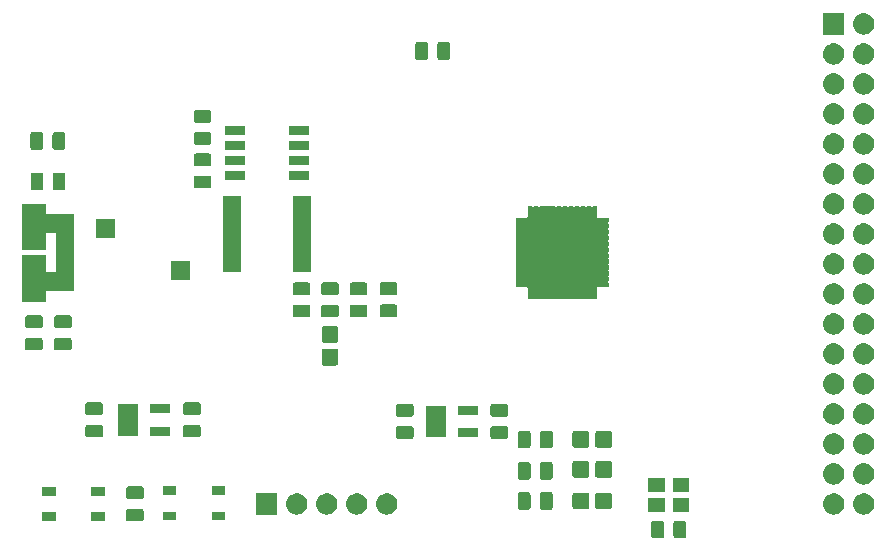
<source format=gts>
G04 #@! TF.GenerationSoftware,KiCad,Pcbnew,5.0.1-33cea8e~68~ubuntu18.04.1*
G04 #@! TF.CreationDate,2018-12-16T18:27:52+03:00*
G04 #@! TF.ProjectId,up5k_v0,7570356B5F76302E6B696361645F7063,rev?*
G04 #@! TF.SameCoordinates,Original*
G04 #@! TF.FileFunction,Soldermask,Top*
G04 #@! TF.FilePolarity,Negative*
%FSLAX46Y46*%
G04 Gerber Fmt 4.6, Leading zero omitted, Abs format (unit mm)*
G04 Created by KiCad (PCBNEW 5.0.1-33cea8e~68~ubuntu18.04.1) date Paz 16 Ara 2018 18:27:52 +03*
%MOMM*%
%LPD*%
G01*
G04 APERTURE LIST*
%ADD10C,0.100000*%
G04 APERTURE END LIST*
D10*
G36*
X177839466Y-110632565D02*
X177878137Y-110644296D01*
X177913779Y-110663348D01*
X177945017Y-110688983D01*
X177970652Y-110720221D01*
X177989704Y-110755863D01*
X178001435Y-110794534D01*
X178006000Y-110840888D01*
X178006000Y-111917112D01*
X178001435Y-111963466D01*
X177989704Y-112002137D01*
X177970652Y-112037779D01*
X177945017Y-112069017D01*
X177913779Y-112094652D01*
X177878137Y-112113704D01*
X177839466Y-112125435D01*
X177793112Y-112130000D01*
X177141888Y-112130000D01*
X177095534Y-112125435D01*
X177056863Y-112113704D01*
X177021221Y-112094652D01*
X176989983Y-112069017D01*
X176964348Y-112037779D01*
X176945296Y-112002137D01*
X176933565Y-111963466D01*
X176929000Y-111917112D01*
X176929000Y-110840888D01*
X176933565Y-110794534D01*
X176945296Y-110755863D01*
X176964348Y-110720221D01*
X176989983Y-110688983D01*
X177021221Y-110663348D01*
X177056863Y-110644296D01*
X177095534Y-110632565D01*
X177141888Y-110628000D01*
X177793112Y-110628000D01*
X177839466Y-110632565D01*
X177839466Y-110632565D01*
G37*
G36*
X175964466Y-110632565D02*
X176003137Y-110644296D01*
X176038779Y-110663348D01*
X176070017Y-110688983D01*
X176095652Y-110720221D01*
X176114704Y-110755863D01*
X176126435Y-110794534D01*
X176131000Y-110840888D01*
X176131000Y-111917112D01*
X176126435Y-111963466D01*
X176114704Y-112002137D01*
X176095652Y-112037779D01*
X176070017Y-112069017D01*
X176038779Y-112094652D01*
X176003137Y-112113704D01*
X175964466Y-112125435D01*
X175918112Y-112130000D01*
X175266888Y-112130000D01*
X175220534Y-112125435D01*
X175181863Y-112113704D01*
X175146221Y-112094652D01*
X175114983Y-112069017D01*
X175089348Y-112037779D01*
X175070296Y-112002137D01*
X175058565Y-111963466D01*
X175054000Y-111917112D01*
X175054000Y-110840888D01*
X175058565Y-110794534D01*
X175070296Y-110755863D01*
X175089348Y-110720221D01*
X175114983Y-110688983D01*
X175146221Y-110663348D01*
X175181863Y-110644296D01*
X175220534Y-110632565D01*
X175266888Y-110628000D01*
X175918112Y-110628000D01*
X175964466Y-110632565D01*
X175964466Y-110632565D01*
G37*
G36*
X131902466Y-109623565D02*
X131941137Y-109635296D01*
X131976779Y-109654348D01*
X132008017Y-109679983D01*
X132033652Y-109711221D01*
X132052704Y-109746863D01*
X132064435Y-109785534D01*
X132069000Y-109831888D01*
X132069000Y-110483112D01*
X132064435Y-110529466D01*
X132052704Y-110568137D01*
X132033652Y-110603779D01*
X132008017Y-110635017D01*
X131976779Y-110660652D01*
X131941137Y-110679704D01*
X131902466Y-110691435D01*
X131856112Y-110696000D01*
X130779888Y-110696000D01*
X130733534Y-110691435D01*
X130694863Y-110679704D01*
X130659221Y-110660652D01*
X130627983Y-110635017D01*
X130602348Y-110603779D01*
X130583296Y-110568137D01*
X130571565Y-110529466D01*
X130567000Y-110483112D01*
X130567000Y-109831888D01*
X130571565Y-109785534D01*
X130583296Y-109746863D01*
X130602348Y-109711221D01*
X130627983Y-109679983D01*
X130659221Y-109654348D01*
X130694863Y-109635296D01*
X130733534Y-109623565D01*
X130779888Y-109619000D01*
X131856112Y-109619000D01*
X131902466Y-109623565D01*
X131902466Y-109623565D01*
G37*
G36*
X128787400Y-110671000D02*
X127635400Y-110671000D01*
X127635400Y-109919000D01*
X128787400Y-109919000D01*
X128787400Y-110671000D01*
X128787400Y-110671000D01*
G37*
G36*
X124637400Y-110671000D02*
X123485400Y-110671000D01*
X123485400Y-109919000D01*
X124637400Y-109919000D01*
X124637400Y-110671000D01*
X124637400Y-110671000D01*
G37*
G36*
X134848200Y-110620200D02*
X133696200Y-110620200D01*
X133696200Y-109868200D01*
X134848200Y-109868200D01*
X134848200Y-110620200D01*
X134848200Y-110620200D01*
G37*
G36*
X138998200Y-110620200D02*
X137846200Y-110620200D01*
X137846200Y-109868200D01*
X138998200Y-109868200D01*
X138998200Y-110620200D01*
X138998200Y-110620200D01*
G37*
G36*
X143395000Y-110121000D02*
X141593000Y-110121000D01*
X141593000Y-108319000D01*
X143395000Y-108319000D01*
X143395000Y-110121000D01*
X143395000Y-110121000D01*
G37*
G36*
X190610443Y-108325519D02*
X190676627Y-108332037D01*
X190739047Y-108350972D01*
X190846467Y-108383557D01*
X190936576Y-108431722D01*
X191002991Y-108467222D01*
X191038729Y-108496552D01*
X191140186Y-108579814D01*
X191223448Y-108681271D01*
X191252778Y-108717009D01*
X191252779Y-108717011D01*
X191336443Y-108873533D01*
X191336443Y-108873534D01*
X191387963Y-109043373D01*
X191405359Y-109220000D01*
X191387963Y-109396627D01*
X191356521Y-109500278D01*
X191336443Y-109566467D01*
X191274874Y-109681652D01*
X191252778Y-109722991D01*
X191223448Y-109758729D01*
X191140186Y-109860186D01*
X191038729Y-109943448D01*
X191002991Y-109972778D01*
X191002989Y-109972779D01*
X190846467Y-110056443D01*
X190789853Y-110073616D01*
X190676627Y-110107963D01*
X190610443Y-110114481D01*
X190544260Y-110121000D01*
X190455740Y-110121000D01*
X190389557Y-110114481D01*
X190323373Y-110107963D01*
X190210147Y-110073616D01*
X190153533Y-110056443D01*
X189997011Y-109972779D01*
X189997009Y-109972778D01*
X189961271Y-109943448D01*
X189859814Y-109860186D01*
X189776552Y-109758729D01*
X189747222Y-109722991D01*
X189725126Y-109681652D01*
X189663557Y-109566467D01*
X189643479Y-109500278D01*
X189612037Y-109396627D01*
X189594641Y-109220000D01*
X189612037Y-109043373D01*
X189663557Y-108873534D01*
X189663557Y-108873533D01*
X189747221Y-108717011D01*
X189747222Y-108717009D01*
X189776552Y-108681271D01*
X189859814Y-108579814D01*
X189961271Y-108496552D01*
X189997009Y-108467222D01*
X190063424Y-108431722D01*
X190153533Y-108383557D01*
X190260953Y-108350972D01*
X190323373Y-108332037D01*
X190389557Y-108325519D01*
X190455740Y-108319000D01*
X190544260Y-108319000D01*
X190610443Y-108325519D01*
X190610443Y-108325519D01*
G37*
G36*
X152764443Y-108325519D02*
X152830627Y-108332037D01*
X152893047Y-108350972D01*
X153000467Y-108383557D01*
X153090576Y-108431722D01*
X153156991Y-108467222D01*
X153192729Y-108496552D01*
X153294186Y-108579814D01*
X153377448Y-108681271D01*
X153406778Y-108717009D01*
X153406779Y-108717011D01*
X153490443Y-108873533D01*
X153490443Y-108873534D01*
X153541963Y-109043373D01*
X153559359Y-109220000D01*
X153541963Y-109396627D01*
X153510521Y-109500278D01*
X153490443Y-109566467D01*
X153428874Y-109681652D01*
X153406778Y-109722991D01*
X153377448Y-109758729D01*
X153294186Y-109860186D01*
X153192729Y-109943448D01*
X153156991Y-109972778D01*
X153156989Y-109972779D01*
X153000467Y-110056443D01*
X152943853Y-110073616D01*
X152830627Y-110107963D01*
X152764443Y-110114481D01*
X152698260Y-110121000D01*
X152609740Y-110121000D01*
X152543557Y-110114481D01*
X152477373Y-110107963D01*
X152364147Y-110073616D01*
X152307533Y-110056443D01*
X152151011Y-109972779D01*
X152151009Y-109972778D01*
X152115271Y-109943448D01*
X152013814Y-109860186D01*
X151930552Y-109758729D01*
X151901222Y-109722991D01*
X151879126Y-109681652D01*
X151817557Y-109566467D01*
X151797479Y-109500278D01*
X151766037Y-109396627D01*
X151748641Y-109220000D01*
X151766037Y-109043373D01*
X151817557Y-108873534D01*
X151817557Y-108873533D01*
X151901221Y-108717011D01*
X151901222Y-108717009D01*
X151930552Y-108681271D01*
X152013814Y-108579814D01*
X152115271Y-108496552D01*
X152151009Y-108467222D01*
X152217424Y-108431722D01*
X152307533Y-108383557D01*
X152414953Y-108350972D01*
X152477373Y-108332037D01*
X152543557Y-108325519D01*
X152609740Y-108319000D01*
X152698260Y-108319000D01*
X152764443Y-108325519D01*
X152764443Y-108325519D01*
G37*
G36*
X150224443Y-108325519D02*
X150290627Y-108332037D01*
X150353047Y-108350972D01*
X150460467Y-108383557D01*
X150550576Y-108431722D01*
X150616991Y-108467222D01*
X150652729Y-108496552D01*
X150754186Y-108579814D01*
X150837448Y-108681271D01*
X150866778Y-108717009D01*
X150866779Y-108717011D01*
X150950443Y-108873533D01*
X150950443Y-108873534D01*
X151001963Y-109043373D01*
X151019359Y-109220000D01*
X151001963Y-109396627D01*
X150970521Y-109500278D01*
X150950443Y-109566467D01*
X150888874Y-109681652D01*
X150866778Y-109722991D01*
X150837448Y-109758729D01*
X150754186Y-109860186D01*
X150652729Y-109943448D01*
X150616991Y-109972778D01*
X150616989Y-109972779D01*
X150460467Y-110056443D01*
X150403853Y-110073616D01*
X150290627Y-110107963D01*
X150224443Y-110114481D01*
X150158260Y-110121000D01*
X150069740Y-110121000D01*
X150003557Y-110114481D01*
X149937373Y-110107963D01*
X149824147Y-110073616D01*
X149767533Y-110056443D01*
X149611011Y-109972779D01*
X149611009Y-109972778D01*
X149575271Y-109943448D01*
X149473814Y-109860186D01*
X149390552Y-109758729D01*
X149361222Y-109722991D01*
X149339126Y-109681652D01*
X149277557Y-109566467D01*
X149257479Y-109500278D01*
X149226037Y-109396627D01*
X149208641Y-109220000D01*
X149226037Y-109043373D01*
X149277557Y-108873534D01*
X149277557Y-108873533D01*
X149361221Y-108717011D01*
X149361222Y-108717009D01*
X149390552Y-108681271D01*
X149473814Y-108579814D01*
X149575271Y-108496552D01*
X149611009Y-108467222D01*
X149677424Y-108431722D01*
X149767533Y-108383557D01*
X149874953Y-108350972D01*
X149937373Y-108332037D01*
X150003557Y-108325519D01*
X150069740Y-108319000D01*
X150158260Y-108319000D01*
X150224443Y-108325519D01*
X150224443Y-108325519D01*
G37*
G36*
X193150443Y-108325519D02*
X193216627Y-108332037D01*
X193279047Y-108350972D01*
X193386467Y-108383557D01*
X193476576Y-108431722D01*
X193542991Y-108467222D01*
X193578729Y-108496552D01*
X193680186Y-108579814D01*
X193763448Y-108681271D01*
X193792778Y-108717009D01*
X193792779Y-108717011D01*
X193876443Y-108873533D01*
X193876443Y-108873534D01*
X193927963Y-109043373D01*
X193945359Y-109220000D01*
X193927963Y-109396627D01*
X193896521Y-109500278D01*
X193876443Y-109566467D01*
X193814874Y-109681652D01*
X193792778Y-109722991D01*
X193763448Y-109758729D01*
X193680186Y-109860186D01*
X193578729Y-109943448D01*
X193542991Y-109972778D01*
X193542989Y-109972779D01*
X193386467Y-110056443D01*
X193329853Y-110073616D01*
X193216627Y-110107963D01*
X193150443Y-110114481D01*
X193084260Y-110121000D01*
X192995740Y-110121000D01*
X192929557Y-110114481D01*
X192863373Y-110107963D01*
X192750147Y-110073616D01*
X192693533Y-110056443D01*
X192537011Y-109972779D01*
X192537009Y-109972778D01*
X192501271Y-109943448D01*
X192399814Y-109860186D01*
X192316552Y-109758729D01*
X192287222Y-109722991D01*
X192265126Y-109681652D01*
X192203557Y-109566467D01*
X192183479Y-109500278D01*
X192152037Y-109396627D01*
X192134641Y-109220000D01*
X192152037Y-109043373D01*
X192203557Y-108873534D01*
X192203557Y-108873533D01*
X192287221Y-108717011D01*
X192287222Y-108717009D01*
X192316552Y-108681271D01*
X192399814Y-108579814D01*
X192501271Y-108496552D01*
X192537009Y-108467222D01*
X192603424Y-108431722D01*
X192693533Y-108383557D01*
X192800953Y-108350972D01*
X192863373Y-108332037D01*
X192929557Y-108325519D01*
X192995740Y-108319000D01*
X193084260Y-108319000D01*
X193150443Y-108325519D01*
X193150443Y-108325519D01*
G37*
G36*
X145144443Y-108325519D02*
X145210627Y-108332037D01*
X145273047Y-108350972D01*
X145380467Y-108383557D01*
X145470576Y-108431722D01*
X145536991Y-108467222D01*
X145572729Y-108496552D01*
X145674186Y-108579814D01*
X145757448Y-108681271D01*
X145786778Y-108717009D01*
X145786779Y-108717011D01*
X145870443Y-108873533D01*
X145870443Y-108873534D01*
X145921963Y-109043373D01*
X145939359Y-109220000D01*
X145921963Y-109396627D01*
X145890521Y-109500278D01*
X145870443Y-109566467D01*
X145808874Y-109681652D01*
X145786778Y-109722991D01*
X145757448Y-109758729D01*
X145674186Y-109860186D01*
X145572729Y-109943448D01*
X145536991Y-109972778D01*
X145536989Y-109972779D01*
X145380467Y-110056443D01*
X145323853Y-110073616D01*
X145210627Y-110107963D01*
X145144443Y-110114481D01*
X145078260Y-110121000D01*
X144989740Y-110121000D01*
X144923557Y-110114481D01*
X144857373Y-110107963D01*
X144744147Y-110073616D01*
X144687533Y-110056443D01*
X144531011Y-109972779D01*
X144531009Y-109972778D01*
X144495271Y-109943448D01*
X144393814Y-109860186D01*
X144310552Y-109758729D01*
X144281222Y-109722991D01*
X144259126Y-109681652D01*
X144197557Y-109566467D01*
X144177479Y-109500278D01*
X144146037Y-109396627D01*
X144128641Y-109220000D01*
X144146037Y-109043373D01*
X144197557Y-108873534D01*
X144197557Y-108873533D01*
X144281221Y-108717011D01*
X144281222Y-108717009D01*
X144310552Y-108681271D01*
X144393814Y-108579814D01*
X144495271Y-108496552D01*
X144531009Y-108467222D01*
X144597424Y-108431722D01*
X144687533Y-108383557D01*
X144794953Y-108350972D01*
X144857373Y-108332037D01*
X144923557Y-108325519D01*
X144989740Y-108319000D01*
X145078260Y-108319000D01*
X145144443Y-108325519D01*
X145144443Y-108325519D01*
G37*
G36*
X147684443Y-108325519D02*
X147750627Y-108332037D01*
X147813047Y-108350972D01*
X147920467Y-108383557D01*
X148010576Y-108431722D01*
X148076991Y-108467222D01*
X148112729Y-108496552D01*
X148214186Y-108579814D01*
X148297448Y-108681271D01*
X148326778Y-108717009D01*
X148326779Y-108717011D01*
X148410443Y-108873533D01*
X148410443Y-108873534D01*
X148461963Y-109043373D01*
X148479359Y-109220000D01*
X148461963Y-109396627D01*
X148430521Y-109500278D01*
X148410443Y-109566467D01*
X148348874Y-109681652D01*
X148326778Y-109722991D01*
X148297448Y-109758729D01*
X148214186Y-109860186D01*
X148112729Y-109943448D01*
X148076991Y-109972778D01*
X148076989Y-109972779D01*
X147920467Y-110056443D01*
X147863853Y-110073616D01*
X147750627Y-110107963D01*
X147684443Y-110114481D01*
X147618260Y-110121000D01*
X147529740Y-110121000D01*
X147463557Y-110114481D01*
X147397373Y-110107963D01*
X147284147Y-110073616D01*
X147227533Y-110056443D01*
X147071011Y-109972779D01*
X147071009Y-109972778D01*
X147035271Y-109943448D01*
X146933814Y-109860186D01*
X146850552Y-109758729D01*
X146821222Y-109722991D01*
X146799126Y-109681652D01*
X146737557Y-109566467D01*
X146717479Y-109500278D01*
X146686037Y-109396627D01*
X146668641Y-109220000D01*
X146686037Y-109043373D01*
X146737557Y-108873534D01*
X146737557Y-108873533D01*
X146821221Y-108717011D01*
X146821222Y-108717009D01*
X146850552Y-108681271D01*
X146933814Y-108579814D01*
X147035271Y-108496552D01*
X147071009Y-108467222D01*
X147137424Y-108431722D01*
X147227533Y-108383557D01*
X147334953Y-108350972D01*
X147397373Y-108332037D01*
X147463557Y-108325519D01*
X147529740Y-108319000D01*
X147618260Y-108319000D01*
X147684443Y-108325519D01*
X147684443Y-108325519D01*
G37*
G36*
X178281000Y-109884000D02*
X176879000Y-109884000D01*
X176879000Y-108682000D01*
X178281000Y-108682000D01*
X178281000Y-109884000D01*
X178281000Y-109884000D01*
G37*
G36*
X176181000Y-109884000D02*
X174779000Y-109884000D01*
X174779000Y-108682000D01*
X176181000Y-108682000D01*
X176181000Y-109884000D01*
X176181000Y-109884000D01*
G37*
G36*
X164661466Y-108219565D02*
X164700137Y-108231296D01*
X164735779Y-108250348D01*
X164767017Y-108275983D01*
X164792652Y-108307221D01*
X164811704Y-108342863D01*
X164823435Y-108381534D01*
X164828000Y-108427888D01*
X164828000Y-109504112D01*
X164823435Y-109550466D01*
X164811704Y-109589137D01*
X164792652Y-109624779D01*
X164767017Y-109656017D01*
X164735779Y-109681652D01*
X164700137Y-109700704D01*
X164661466Y-109712435D01*
X164615112Y-109717000D01*
X163963888Y-109717000D01*
X163917534Y-109712435D01*
X163878863Y-109700704D01*
X163843221Y-109681652D01*
X163811983Y-109656017D01*
X163786348Y-109624779D01*
X163767296Y-109589137D01*
X163755565Y-109550466D01*
X163751000Y-109504112D01*
X163751000Y-108427888D01*
X163755565Y-108381534D01*
X163767296Y-108342863D01*
X163786348Y-108307221D01*
X163811983Y-108275983D01*
X163843221Y-108250348D01*
X163878863Y-108231296D01*
X163917534Y-108219565D01*
X163963888Y-108215000D01*
X164615112Y-108215000D01*
X164661466Y-108219565D01*
X164661466Y-108219565D01*
G37*
G36*
X166536466Y-108219565D02*
X166575137Y-108231296D01*
X166610779Y-108250348D01*
X166642017Y-108275983D01*
X166667652Y-108307221D01*
X166686704Y-108342863D01*
X166698435Y-108381534D01*
X166703000Y-108427888D01*
X166703000Y-109504112D01*
X166698435Y-109550466D01*
X166686704Y-109589137D01*
X166667652Y-109624779D01*
X166642017Y-109656017D01*
X166610779Y-109681652D01*
X166575137Y-109700704D01*
X166536466Y-109712435D01*
X166490112Y-109717000D01*
X165838888Y-109717000D01*
X165792534Y-109712435D01*
X165753863Y-109700704D01*
X165718221Y-109681652D01*
X165686983Y-109656017D01*
X165661348Y-109624779D01*
X165642296Y-109589137D01*
X165630565Y-109550466D01*
X165626000Y-109504112D01*
X165626000Y-108427888D01*
X165630565Y-108381534D01*
X165642296Y-108342863D01*
X165661348Y-108307221D01*
X165686983Y-108275983D01*
X165718221Y-108250348D01*
X165753863Y-108231296D01*
X165792534Y-108219565D01*
X165838888Y-108215000D01*
X166490112Y-108215000D01*
X166536466Y-108219565D01*
X166536466Y-108219565D01*
G37*
G36*
X169648782Y-108269295D02*
X169684815Y-108280226D01*
X169718028Y-108297979D01*
X169747134Y-108321866D01*
X169771021Y-108350972D01*
X169788774Y-108384185D01*
X169799705Y-108420218D01*
X169804000Y-108463830D01*
X169804000Y-109468170D01*
X169799705Y-109511782D01*
X169788774Y-109547815D01*
X169771021Y-109581028D01*
X169747134Y-109610134D01*
X169718028Y-109634021D01*
X169684815Y-109651774D01*
X169648782Y-109662705D01*
X169605170Y-109667000D01*
X168575830Y-109667000D01*
X168532218Y-109662705D01*
X168496185Y-109651774D01*
X168462972Y-109634021D01*
X168433866Y-109610134D01*
X168409979Y-109581028D01*
X168392226Y-109547815D01*
X168381295Y-109511782D01*
X168377000Y-109468170D01*
X168377000Y-108463830D01*
X168381295Y-108420218D01*
X168392226Y-108384185D01*
X168409979Y-108350972D01*
X168433866Y-108321866D01*
X168462972Y-108297979D01*
X168496185Y-108280226D01*
X168532218Y-108269295D01*
X168575830Y-108265000D01*
X169605170Y-108265000D01*
X169648782Y-108269295D01*
X169648782Y-108269295D01*
G37*
G36*
X171573782Y-108269295D02*
X171609815Y-108280226D01*
X171643028Y-108297979D01*
X171672134Y-108321866D01*
X171696021Y-108350972D01*
X171713774Y-108384185D01*
X171724705Y-108420218D01*
X171729000Y-108463830D01*
X171729000Y-109468170D01*
X171724705Y-109511782D01*
X171713774Y-109547815D01*
X171696021Y-109581028D01*
X171672134Y-109610134D01*
X171643028Y-109634021D01*
X171609815Y-109651774D01*
X171573782Y-109662705D01*
X171530170Y-109667000D01*
X170500830Y-109667000D01*
X170457218Y-109662705D01*
X170421185Y-109651774D01*
X170387972Y-109634021D01*
X170358866Y-109610134D01*
X170334979Y-109581028D01*
X170317226Y-109547815D01*
X170306295Y-109511782D01*
X170302000Y-109468170D01*
X170302000Y-108463830D01*
X170306295Y-108420218D01*
X170317226Y-108384185D01*
X170334979Y-108350972D01*
X170358866Y-108321866D01*
X170387972Y-108297979D01*
X170421185Y-108280226D01*
X170457218Y-108269295D01*
X170500830Y-108265000D01*
X171530170Y-108265000D01*
X171573782Y-108269295D01*
X171573782Y-108269295D01*
G37*
G36*
X131902466Y-107748565D02*
X131941137Y-107760296D01*
X131976779Y-107779348D01*
X132008017Y-107804983D01*
X132033652Y-107836221D01*
X132052704Y-107871863D01*
X132064435Y-107910534D01*
X132069000Y-107956888D01*
X132069000Y-108608112D01*
X132064435Y-108654466D01*
X132052704Y-108693137D01*
X132033652Y-108728779D01*
X132008017Y-108760017D01*
X131976779Y-108785652D01*
X131941137Y-108804704D01*
X131902466Y-108816435D01*
X131856112Y-108821000D01*
X130779888Y-108821000D01*
X130733534Y-108816435D01*
X130694863Y-108804704D01*
X130659221Y-108785652D01*
X130627983Y-108760017D01*
X130602348Y-108728779D01*
X130583296Y-108693137D01*
X130571565Y-108654466D01*
X130567000Y-108608112D01*
X130567000Y-107956888D01*
X130571565Y-107910534D01*
X130583296Y-107871863D01*
X130602348Y-107836221D01*
X130627983Y-107804983D01*
X130659221Y-107779348D01*
X130694863Y-107760296D01*
X130733534Y-107748565D01*
X130779888Y-107744000D01*
X131856112Y-107744000D01*
X131902466Y-107748565D01*
X131902466Y-107748565D01*
G37*
G36*
X124637400Y-108521000D02*
X123485400Y-108521000D01*
X123485400Y-107769000D01*
X124637400Y-107769000D01*
X124637400Y-108521000D01*
X124637400Y-108521000D01*
G37*
G36*
X128787400Y-108521000D02*
X127635400Y-108521000D01*
X127635400Y-107769000D01*
X128787400Y-107769000D01*
X128787400Y-108521000D01*
X128787400Y-108521000D01*
G37*
G36*
X138998200Y-108470200D02*
X137846200Y-108470200D01*
X137846200Y-107718200D01*
X138998200Y-107718200D01*
X138998200Y-108470200D01*
X138998200Y-108470200D01*
G37*
G36*
X134848200Y-108470200D02*
X133696200Y-108470200D01*
X133696200Y-107718200D01*
X134848200Y-107718200D01*
X134848200Y-108470200D01*
X134848200Y-108470200D01*
G37*
G36*
X176181000Y-108234000D02*
X174779000Y-108234000D01*
X174779000Y-107032000D01*
X176181000Y-107032000D01*
X176181000Y-108234000D01*
X176181000Y-108234000D01*
G37*
G36*
X178281000Y-108234000D02*
X176879000Y-108234000D01*
X176879000Y-107032000D01*
X178281000Y-107032000D01*
X178281000Y-108234000D01*
X178281000Y-108234000D01*
G37*
G36*
X193150443Y-105785519D02*
X193216627Y-105792037D01*
X193329853Y-105826384D01*
X193386467Y-105843557D01*
X193452816Y-105879022D01*
X193542991Y-105927222D01*
X193578729Y-105956552D01*
X193680186Y-106039814D01*
X193763448Y-106141271D01*
X193792778Y-106177009D01*
X193792779Y-106177011D01*
X193876443Y-106333533D01*
X193876443Y-106333534D01*
X193927963Y-106503373D01*
X193945359Y-106680000D01*
X193927963Y-106856627D01*
X193908426Y-106921032D01*
X193876443Y-107026467D01*
X193821663Y-107128952D01*
X193792778Y-107182991D01*
X193763448Y-107218729D01*
X193680186Y-107320186D01*
X193578729Y-107403448D01*
X193542991Y-107432778D01*
X193542989Y-107432779D01*
X193386467Y-107516443D01*
X193329853Y-107533616D01*
X193216627Y-107567963D01*
X193150443Y-107574481D01*
X193084260Y-107581000D01*
X192995740Y-107581000D01*
X192929557Y-107574481D01*
X192863373Y-107567963D01*
X192750147Y-107533616D01*
X192693533Y-107516443D01*
X192537011Y-107432779D01*
X192537009Y-107432778D01*
X192501271Y-107403448D01*
X192399814Y-107320186D01*
X192316552Y-107218729D01*
X192287222Y-107182991D01*
X192258337Y-107128952D01*
X192203557Y-107026467D01*
X192171574Y-106921032D01*
X192152037Y-106856627D01*
X192134641Y-106680000D01*
X192152037Y-106503373D01*
X192203557Y-106333534D01*
X192203557Y-106333533D01*
X192287221Y-106177011D01*
X192287222Y-106177009D01*
X192316552Y-106141271D01*
X192399814Y-106039814D01*
X192501271Y-105956552D01*
X192537009Y-105927222D01*
X192627184Y-105879022D01*
X192693533Y-105843557D01*
X192750147Y-105826384D01*
X192863373Y-105792037D01*
X192929557Y-105785519D01*
X192995740Y-105779000D01*
X193084260Y-105779000D01*
X193150443Y-105785519D01*
X193150443Y-105785519D01*
G37*
G36*
X190610443Y-105785519D02*
X190676627Y-105792037D01*
X190789853Y-105826384D01*
X190846467Y-105843557D01*
X190912816Y-105879022D01*
X191002991Y-105927222D01*
X191038729Y-105956552D01*
X191140186Y-106039814D01*
X191223448Y-106141271D01*
X191252778Y-106177009D01*
X191252779Y-106177011D01*
X191336443Y-106333533D01*
X191336443Y-106333534D01*
X191387963Y-106503373D01*
X191405359Y-106680000D01*
X191387963Y-106856627D01*
X191368426Y-106921032D01*
X191336443Y-107026467D01*
X191281663Y-107128952D01*
X191252778Y-107182991D01*
X191223448Y-107218729D01*
X191140186Y-107320186D01*
X191038729Y-107403448D01*
X191002991Y-107432778D01*
X191002989Y-107432779D01*
X190846467Y-107516443D01*
X190789853Y-107533616D01*
X190676627Y-107567963D01*
X190610443Y-107574481D01*
X190544260Y-107581000D01*
X190455740Y-107581000D01*
X190389557Y-107574481D01*
X190323373Y-107567963D01*
X190210147Y-107533616D01*
X190153533Y-107516443D01*
X189997011Y-107432779D01*
X189997009Y-107432778D01*
X189961271Y-107403448D01*
X189859814Y-107320186D01*
X189776552Y-107218729D01*
X189747222Y-107182991D01*
X189718337Y-107128952D01*
X189663557Y-107026467D01*
X189631574Y-106921032D01*
X189612037Y-106856627D01*
X189594641Y-106680000D01*
X189612037Y-106503373D01*
X189663557Y-106333534D01*
X189663557Y-106333533D01*
X189747221Y-106177011D01*
X189747222Y-106177009D01*
X189776552Y-106141271D01*
X189859814Y-106039814D01*
X189961271Y-105956552D01*
X189997009Y-105927222D01*
X190087184Y-105879022D01*
X190153533Y-105843557D01*
X190210147Y-105826384D01*
X190323373Y-105792037D01*
X190389557Y-105785519D01*
X190455740Y-105779000D01*
X190544260Y-105779000D01*
X190610443Y-105785519D01*
X190610443Y-105785519D01*
G37*
G36*
X166536466Y-105666865D02*
X166575137Y-105678596D01*
X166610779Y-105697648D01*
X166642017Y-105723283D01*
X166667652Y-105754521D01*
X166686704Y-105790163D01*
X166698435Y-105828834D01*
X166703000Y-105875188D01*
X166703000Y-106951412D01*
X166698435Y-106997766D01*
X166686704Y-107036437D01*
X166667652Y-107072079D01*
X166642017Y-107103317D01*
X166610779Y-107128952D01*
X166575137Y-107148004D01*
X166536466Y-107159735D01*
X166490112Y-107164300D01*
X165838888Y-107164300D01*
X165792534Y-107159735D01*
X165753863Y-107148004D01*
X165718221Y-107128952D01*
X165686983Y-107103317D01*
X165661348Y-107072079D01*
X165642296Y-107036437D01*
X165630565Y-106997766D01*
X165626000Y-106951412D01*
X165626000Y-105875188D01*
X165630565Y-105828834D01*
X165642296Y-105790163D01*
X165661348Y-105754521D01*
X165686983Y-105723283D01*
X165718221Y-105697648D01*
X165753863Y-105678596D01*
X165792534Y-105666865D01*
X165838888Y-105662300D01*
X166490112Y-105662300D01*
X166536466Y-105666865D01*
X166536466Y-105666865D01*
G37*
G36*
X164661466Y-105666865D02*
X164700137Y-105678596D01*
X164735779Y-105697648D01*
X164767017Y-105723283D01*
X164792652Y-105754521D01*
X164811704Y-105790163D01*
X164823435Y-105828834D01*
X164828000Y-105875188D01*
X164828000Y-106951412D01*
X164823435Y-106997766D01*
X164811704Y-107036437D01*
X164792652Y-107072079D01*
X164767017Y-107103317D01*
X164735779Y-107128952D01*
X164700137Y-107148004D01*
X164661466Y-107159735D01*
X164615112Y-107164300D01*
X163963888Y-107164300D01*
X163917534Y-107159735D01*
X163878863Y-107148004D01*
X163843221Y-107128952D01*
X163811983Y-107103317D01*
X163786348Y-107072079D01*
X163767296Y-107036437D01*
X163755565Y-106997766D01*
X163751000Y-106951412D01*
X163751000Y-105875188D01*
X163755565Y-105828834D01*
X163767296Y-105790163D01*
X163786348Y-105754521D01*
X163811983Y-105723283D01*
X163843221Y-105697648D01*
X163878863Y-105678596D01*
X163917534Y-105666865D01*
X163963888Y-105662300D01*
X164615112Y-105662300D01*
X164661466Y-105666865D01*
X164661466Y-105666865D01*
G37*
G36*
X171573782Y-105602295D02*
X171609815Y-105613226D01*
X171643028Y-105630979D01*
X171672134Y-105654866D01*
X171696021Y-105683972D01*
X171713774Y-105717185D01*
X171724705Y-105753218D01*
X171729000Y-105796830D01*
X171729000Y-106801170D01*
X171724705Y-106844782D01*
X171713774Y-106880815D01*
X171696021Y-106914028D01*
X171672134Y-106943134D01*
X171643028Y-106967021D01*
X171609815Y-106984774D01*
X171573782Y-106995705D01*
X171530170Y-107000000D01*
X170500830Y-107000000D01*
X170457218Y-106995705D01*
X170421185Y-106984774D01*
X170387972Y-106967021D01*
X170358866Y-106943134D01*
X170334979Y-106914028D01*
X170317226Y-106880815D01*
X170306295Y-106844782D01*
X170302000Y-106801170D01*
X170302000Y-105796830D01*
X170306295Y-105753218D01*
X170317226Y-105717185D01*
X170334979Y-105683972D01*
X170358866Y-105654866D01*
X170387972Y-105630979D01*
X170421185Y-105613226D01*
X170457218Y-105602295D01*
X170500830Y-105598000D01*
X171530170Y-105598000D01*
X171573782Y-105602295D01*
X171573782Y-105602295D01*
G37*
G36*
X169648782Y-105602295D02*
X169684815Y-105613226D01*
X169718028Y-105630979D01*
X169747134Y-105654866D01*
X169771021Y-105683972D01*
X169788774Y-105717185D01*
X169799705Y-105753218D01*
X169804000Y-105796830D01*
X169804000Y-106801170D01*
X169799705Y-106844782D01*
X169788774Y-106880815D01*
X169771021Y-106914028D01*
X169747134Y-106943134D01*
X169718028Y-106967021D01*
X169684815Y-106984774D01*
X169648782Y-106995705D01*
X169605170Y-107000000D01*
X168575830Y-107000000D01*
X168532218Y-106995705D01*
X168496185Y-106984774D01*
X168462972Y-106967021D01*
X168433866Y-106943134D01*
X168409979Y-106914028D01*
X168392226Y-106880815D01*
X168381295Y-106844782D01*
X168377000Y-106801170D01*
X168377000Y-105796830D01*
X168381295Y-105753218D01*
X168392226Y-105717185D01*
X168409979Y-105683972D01*
X168433866Y-105654866D01*
X168462972Y-105630979D01*
X168496185Y-105613226D01*
X168532218Y-105602295D01*
X168575830Y-105598000D01*
X169605170Y-105598000D01*
X169648782Y-105602295D01*
X169648782Y-105602295D01*
G37*
G36*
X193150443Y-103245519D02*
X193216627Y-103252037D01*
X193299743Y-103277250D01*
X193386467Y-103303557D01*
X193505679Y-103367278D01*
X193542991Y-103387222D01*
X193578729Y-103416552D01*
X193680186Y-103499814D01*
X193755296Y-103591337D01*
X193792778Y-103637009D01*
X193792779Y-103637011D01*
X193876443Y-103793533D01*
X193876443Y-103793534D01*
X193927963Y-103963373D01*
X193945359Y-104140000D01*
X193927963Y-104316627D01*
X193908426Y-104381032D01*
X193876443Y-104486467D01*
X193866304Y-104505435D01*
X193792778Y-104642991D01*
X193763448Y-104678729D01*
X193680186Y-104780186D01*
X193578729Y-104863448D01*
X193542991Y-104892778D01*
X193542989Y-104892779D01*
X193386467Y-104976443D01*
X193329853Y-104993616D01*
X193216627Y-105027963D01*
X193150442Y-105034482D01*
X193084260Y-105041000D01*
X192995740Y-105041000D01*
X192929557Y-105034481D01*
X192863373Y-105027963D01*
X192750147Y-104993616D01*
X192693533Y-104976443D01*
X192537011Y-104892779D01*
X192537009Y-104892778D01*
X192501271Y-104863448D01*
X192399814Y-104780186D01*
X192316552Y-104678729D01*
X192287222Y-104642991D01*
X192213696Y-104505435D01*
X192203557Y-104486467D01*
X192171574Y-104381032D01*
X192152037Y-104316627D01*
X192134641Y-104140000D01*
X192152037Y-103963373D01*
X192203557Y-103793534D01*
X192203557Y-103793533D01*
X192287221Y-103637011D01*
X192287222Y-103637009D01*
X192324704Y-103591337D01*
X192399814Y-103499814D01*
X192501271Y-103416552D01*
X192537009Y-103387222D01*
X192574321Y-103367278D01*
X192693533Y-103303557D01*
X192780257Y-103277250D01*
X192863373Y-103252037D01*
X192929558Y-103245518D01*
X192995740Y-103239000D01*
X193084260Y-103239000D01*
X193150443Y-103245519D01*
X193150443Y-103245519D01*
G37*
G36*
X190610443Y-103245519D02*
X190676627Y-103252037D01*
X190759743Y-103277250D01*
X190846467Y-103303557D01*
X190965679Y-103367278D01*
X191002991Y-103387222D01*
X191038729Y-103416552D01*
X191140186Y-103499814D01*
X191215296Y-103591337D01*
X191252778Y-103637009D01*
X191252779Y-103637011D01*
X191336443Y-103793533D01*
X191336443Y-103793534D01*
X191387963Y-103963373D01*
X191405359Y-104140000D01*
X191387963Y-104316627D01*
X191368426Y-104381032D01*
X191336443Y-104486467D01*
X191326304Y-104505435D01*
X191252778Y-104642991D01*
X191223448Y-104678729D01*
X191140186Y-104780186D01*
X191038729Y-104863448D01*
X191002991Y-104892778D01*
X191002989Y-104892779D01*
X190846467Y-104976443D01*
X190789853Y-104993616D01*
X190676627Y-105027963D01*
X190610442Y-105034482D01*
X190544260Y-105041000D01*
X190455740Y-105041000D01*
X190389557Y-105034481D01*
X190323373Y-105027963D01*
X190210147Y-104993616D01*
X190153533Y-104976443D01*
X189997011Y-104892779D01*
X189997009Y-104892778D01*
X189961271Y-104863448D01*
X189859814Y-104780186D01*
X189776552Y-104678729D01*
X189747222Y-104642991D01*
X189673696Y-104505435D01*
X189663557Y-104486467D01*
X189631574Y-104381032D01*
X189612037Y-104316627D01*
X189594641Y-104140000D01*
X189612037Y-103963373D01*
X189663557Y-103793534D01*
X189663557Y-103793533D01*
X189747221Y-103637011D01*
X189747222Y-103637009D01*
X189784704Y-103591337D01*
X189859814Y-103499814D01*
X189961271Y-103416552D01*
X189997009Y-103387222D01*
X190034321Y-103367278D01*
X190153533Y-103303557D01*
X190240257Y-103277250D01*
X190323373Y-103252037D01*
X190389558Y-103245518D01*
X190455740Y-103239000D01*
X190544260Y-103239000D01*
X190610443Y-103245519D01*
X190610443Y-103245519D01*
G37*
G36*
X164661466Y-103012565D02*
X164700137Y-103024296D01*
X164735779Y-103043348D01*
X164767017Y-103068983D01*
X164792652Y-103100221D01*
X164811704Y-103135863D01*
X164823435Y-103174534D01*
X164828000Y-103220888D01*
X164828000Y-104297112D01*
X164823435Y-104343466D01*
X164811704Y-104382137D01*
X164792652Y-104417779D01*
X164767017Y-104449017D01*
X164735779Y-104474652D01*
X164700137Y-104493704D01*
X164661466Y-104505435D01*
X164615112Y-104510000D01*
X163963888Y-104510000D01*
X163917534Y-104505435D01*
X163878863Y-104493704D01*
X163843221Y-104474652D01*
X163811983Y-104449017D01*
X163786348Y-104417779D01*
X163767296Y-104382137D01*
X163755565Y-104343466D01*
X163751000Y-104297112D01*
X163751000Y-103220888D01*
X163755565Y-103174534D01*
X163767296Y-103135863D01*
X163786348Y-103100221D01*
X163811983Y-103068983D01*
X163843221Y-103043348D01*
X163878863Y-103024296D01*
X163917534Y-103012565D01*
X163963888Y-103008000D01*
X164615112Y-103008000D01*
X164661466Y-103012565D01*
X164661466Y-103012565D01*
G37*
G36*
X166536466Y-103012565D02*
X166575137Y-103024296D01*
X166610779Y-103043348D01*
X166642017Y-103068983D01*
X166667652Y-103100221D01*
X166686704Y-103135863D01*
X166698435Y-103174534D01*
X166703000Y-103220888D01*
X166703000Y-104297112D01*
X166698435Y-104343466D01*
X166686704Y-104382137D01*
X166667652Y-104417779D01*
X166642017Y-104449017D01*
X166610779Y-104474652D01*
X166575137Y-104493704D01*
X166536466Y-104505435D01*
X166490112Y-104510000D01*
X165838888Y-104510000D01*
X165792534Y-104505435D01*
X165753863Y-104493704D01*
X165718221Y-104474652D01*
X165686983Y-104449017D01*
X165661348Y-104417779D01*
X165642296Y-104382137D01*
X165630565Y-104343466D01*
X165626000Y-104297112D01*
X165626000Y-103220888D01*
X165630565Y-103174534D01*
X165642296Y-103135863D01*
X165661348Y-103100221D01*
X165686983Y-103068983D01*
X165718221Y-103043348D01*
X165753863Y-103024296D01*
X165792534Y-103012565D01*
X165838888Y-103008000D01*
X166490112Y-103008000D01*
X166536466Y-103012565D01*
X166536466Y-103012565D01*
G37*
G36*
X169648782Y-103062295D02*
X169684815Y-103073226D01*
X169718028Y-103090979D01*
X169747134Y-103114866D01*
X169771021Y-103143972D01*
X169788774Y-103177185D01*
X169799705Y-103213218D01*
X169804000Y-103256830D01*
X169804000Y-104261170D01*
X169799705Y-104304782D01*
X169788774Y-104340815D01*
X169771021Y-104374028D01*
X169747134Y-104403134D01*
X169718028Y-104427021D01*
X169684815Y-104444774D01*
X169648782Y-104455705D01*
X169605170Y-104460000D01*
X168575830Y-104460000D01*
X168532218Y-104455705D01*
X168496185Y-104444774D01*
X168462972Y-104427021D01*
X168433866Y-104403134D01*
X168409979Y-104374028D01*
X168392226Y-104340815D01*
X168381295Y-104304782D01*
X168377000Y-104261170D01*
X168377000Y-103256830D01*
X168381295Y-103213218D01*
X168392226Y-103177185D01*
X168409979Y-103143972D01*
X168433866Y-103114866D01*
X168462972Y-103090979D01*
X168496185Y-103073226D01*
X168532218Y-103062295D01*
X168575830Y-103058000D01*
X169605170Y-103058000D01*
X169648782Y-103062295D01*
X169648782Y-103062295D01*
G37*
G36*
X171573782Y-103062295D02*
X171609815Y-103073226D01*
X171643028Y-103090979D01*
X171672134Y-103114866D01*
X171696021Y-103143972D01*
X171713774Y-103177185D01*
X171724705Y-103213218D01*
X171729000Y-103256830D01*
X171729000Y-104261170D01*
X171724705Y-104304782D01*
X171713774Y-104340815D01*
X171696021Y-104374028D01*
X171672134Y-104403134D01*
X171643028Y-104427021D01*
X171609815Y-104444774D01*
X171573782Y-104455705D01*
X171530170Y-104460000D01*
X170500830Y-104460000D01*
X170457218Y-104455705D01*
X170421185Y-104444774D01*
X170387972Y-104427021D01*
X170358866Y-104403134D01*
X170334979Y-104374028D01*
X170317226Y-104340815D01*
X170306295Y-104304782D01*
X170302000Y-104261170D01*
X170302000Y-103256830D01*
X170306295Y-103213218D01*
X170317226Y-103177185D01*
X170334979Y-103143972D01*
X170358866Y-103114866D01*
X170387972Y-103090979D01*
X170421185Y-103073226D01*
X170457218Y-103062295D01*
X170500830Y-103058000D01*
X171530170Y-103058000D01*
X171573782Y-103062295D01*
X171573782Y-103062295D01*
G37*
G36*
X162763466Y-102638565D02*
X162802137Y-102650296D01*
X162837779Y-102669348D01*
X162869017Y-102694983D01*
X162894652Y-102726221D01*
X162913704Y-102761863D01*
X162925435Y-102800534D01*
X162930000Y-102846888D01*
X162930000Y-103498112D01*
X162925435Y-103544466D01*
X162913704Y-103583137D01*
X162894652Y-103618779D01*
X162869017Y-103650017D01*
X162837779Y-103675652D01*
X162802137Y-103694704D01*
X162763466Y-103706435D01*
X162717112Y-103711000D01*
X161640888Y-103711000D01*
X161594534Y-103706435D01*
X161555863Y-103694704D01*
X161520221Y-103675652D01*
X161488983Y-103650017D01*
X161463348Y-103618779D01*
X161444296Y-103583137D01*
X161432565Y-103544466D01*
X161428000Y-103498112D01*
X161428000Y-102846888D01*
X161432565Y-102800534D01*
X161444296Y-102761863D01*
X161463348Y-102726221D01*
X161488983Y-102694983D01*
X161520221Y-102669348D01*
X161555863Y-102650296D01*
X161594534Y-102638565D01*
X161640888Y-102634000D01*
X162717112Y-102634000D01*
X162763466Y-102638565D01*
X162763466Y-102638565D01*
G37*
G36*
X154762466Y-102638565D02*
X154801137Y-102650296D01*
X154836779Y-102669348D01*
X154868017Y-102694983D01*
X154893652Y-102726221D01*
X154912704Y-102761863D01*
X154924435Y-102800534D01*
X154929000Y-102846888D01*
X154929000Y-103498112D01*
X154924435Y-103544466D01*
X154912704Y-103583137D01*
X154893652Y-103618779D01*
X154868017Y-103650017D01*
X154836779Y-103675652D01*
X154801137Y-103694704D01*
X154762466Y-103706435D01*
X154716112Y-103711000D01*
X153639888Y-103711000D01*
X153593534Y-103706435D01*
X153554863Y-103694704D01*
X153519221Y-103675652D01*
X153487983Y-103650017D01*
X153462348Y-103618779D01*
X153443296Y-103583137D01*
X153431565Y-103544466D01*
X153427000Y-103498112D01*
X153427000Y-102846888D01*
X153431565Y-102800534D01*
X153443296Y-102761863D01*
X153462348Y-102726221D01*
X153487983Y-102694983D01*
X153519221Y-102669348D01*
X153554863Y-102650296D01*
X153593534Y-102638565D01*
X153639888Y-102634000D01*
X154716112Y-102634000D01*
X154762466Y-102638565D01*
X154762466Y-102638565D01*
G37*
G36*
X136728466Y-102511565D02*
X136767137Y-102523296D01*
X136802779Y-102542348D01*
X136834017Y-102567983D01*
X136859652Y-102599221D01*
X136878704Y-102634863D01*
X136890435Y-102673534D01*
X136895000Y-102719888D01*
X136895000Y-103371112D01*
X136890435Y-103417466D01*
X136878704Y-103456137D01*
X136859652Y-103491779D01*
X136834017Y-103523017D01*
X136802779Y-103548652D01*
X136767137Y-103567704D01*
X136728466Y-103579435D01*
X136682112Y-103584000D01*
X135605888Y-103584000D01*
X135559534Y-103579435D01*
X135520863Y-103567704D01*
X135485221Y-103548652D01*
X135453983Y-103523017D01*
X135428348Y-103491779D01*
X135409296Y-103456137D01*
X135397565Y-103417466D01*
X135393000Y-103371112D01*
X135393000Y-102719888D01*
X135397565Y-102673534D01*
X135409296Y-102634863D01*
X135428348Y-102599221D01*
X135453983Y-102567983D01*
X135485221Y-102542348D01*
X135520863Y-102523296D01*
X135559534Y-102511565D01*
X135605888Y-102507000D01*
X136682112Y-102507000D01*
X136728466Y-102511565D01*
X136728466Y-102511565D01*
G37*
G36*
X128473466Y-102511565D02*
X128512137Y-102523296D01*
X128547779Y-102542348D01*
X128579017Y-102567983D01*
X128604652Y-102599221D01*
X128623704Y-102634863D01*
X128635435Y-102673534D01*
X128640000Y-102719888D01*
X128640000Y-103371112D01*
X128635435Y-103417466D01*
X128623704Y-103456137D01*
X128604652Y-103491779D01*
X128579017Y-103523017D01*
X128547779Y-103548652D01*
X128512137Y-103567704D01*
X128473466Y-103579435D01*
X128427112Y-103584000D01*
X127350888Y-103584000D01*
X127304534Y-103579435D01*
X127265863Y-103567704D01*
X127230221Y-103548652D01*
X127198983Y-103523017D01*
X127173348Y-103491779D01*
X127154296Y-103456137D01*
X127142565Y-103417466D01*
X127138000Y-103371112D01*
X127138000Y-102719888D01*
X127142565Y-102673534D01*
X127154296Y-102634863D01*
X127173348Y-102599221D01*
X127198983Y-102567983D01*
X127230221Y-102542348D01*
X127265863Y-102523296D01*
X127304534Y-102511565D01*
X127350888Y-102507000D01*
X128427112Y-102507000D01*
X128473466Y-102511565D01*
X128473466Y-102511565D01*
G37*
G36*
X157676000Y-103561000D02*
X156014000Y-103561000D01*
X156014000Y-100909000D01*
X157676000Y-100909000D01*
X157676000Y-103561000D01*
X157676000Y-103561000D01*
G37*
G36*
X160376000Y-103561000D02*
X158714000Y-103561000D01*
X158714000Y-102809000D01*
X160376000Y-102809000D01*
X160376000Y-103561000D01*
X160376000Y-103561000D01*
G37*
G36*
X131561000Y-103434000D02*
X129899000Y-103434000D01*
X129899000Y-100782000D01*
X131561000Y-100782000D01*
X131561000Y-103434000D01*
X131561000Y-103434000D01*
G37*
G36*
X134261000Y-103434000D02*
X132599000Y-103434000D01*
X132599000Y-102682000D01*
X134261000Y-102682000D01*
X134261000Y-103434000D01*
X134261000Y-103434000D01*
G37*
G36*
X193150443Y-100705519D02*
X193216627Y-100712037D01*
X193329853Y-100746384D01*
X193386467Y-100763557D01*
X193492031Y-100819983D01*
X193542991Y-100847222D01*
X193578729Y-100876552D01*
X193680186Y-100959814D01*
X193736349Y-101028250D01*
X193792778Y-101097009D01*
X193792779Y-101097011D01*
X193876443Y-101253533D01*
X193876443Y-101253534D01*
X193927963Y-101423373D01*
X193945359Y-101600000D01*
X193927963Y-101776627D01*
X193911522Y-101830826D01*
X193876443Y-101946467D01*
X193802348Y-102085087D01*
X193792778Y-102102991D01*
X193763448Y-102138729D01*
X193680186Y-102240186D01*
X193578729Y-102323448D01*
X193542991Y-102352778D01*
X193542989Y-102352779D01*
X193386467Y-102436443D01*
X193329853Y-102453616D01*
X193216627Y-102487963D01*
X193150442Y-102494482D01*
X193084260Y-102501000D01*
X192995740Y-102501000D01*
X192929558Y-102494482D01*
X192863373Y-102487963D01*
X192750147Y-102453616D01*
X192693533Y-102436443D01*
X192537011Y-102352779D01*
X192537009Y-102352778D01*
X192501271Y-102323448D01*
X192399814Y-102240186D01*
X192316552Y-102138729D01*
X192287222Y-102102991D01*
X192277652Y-102085087D01*
X192203557Y-101946467D01*
X192168478Y-101830826D01*
X192152037Y-101776627D01*
X192134641Y-101600000D01*
X192152037Y-101423373D01*
X192203557Y-101253534D01*
X192203557Y-101253533D01*
X192287221Y-101097011D01*
X192287222Y-101097009D01*
X192343651Y-101028250D01*
X192399814Y-100959814D01*
X192501271Y-100876552D01*
X192537009Y-100847222D01*
X192587969Y-100819983D01*
X192693533Y-100763557D01*
X192750147Y-100746384D01*
X192863373Y-100712037D01*
X192929557Y-100705519D01*
X192995740Y-100699000D01*
X193084260Y-100699000D01*
X193150443Y-100705519D01*
X193150443Y-100705519D01*
G37*
G36*
X190610443Y-100705519D02*
X190676627Y-100712037D01*
X190789853Y-100746384D01*
X190846467Y-100763557D01*
X190952031Y-100819983D01*
X191002991Y-100847222D01*
X191038729Y-100876552D01*
X191140186Y-100959814D01*
X191196349Y-101028250D01*
X191252778Y-101097009D01*
X191252779Y-101097011D01*
X191336443Y-101253533D01*
X191336443Y-101253534D01*
X191387963Y-101423373D01*
X191405359Y-101600000D01*
X191387963Y-101776627D01*
X191371522Y-101830826D01*
X191336443Y-101946467D01*
X191262348Y-102085087D01*
X191252778Y-102102991D01*
X191223448Y-102138729D01*
X191140186Y-102240186D01*
X191038729Y-102323448D01*
X191002991Y-102352778D01*
X191002989Y-102352779D01*
X190846467Y-102436443D01*
X190789853Y-102453616D01*
X190676627Y-102487963D01*
X190610442Y-102494482D01*
X190544260Y-102501000D01*
X190455740Y-102501000D01*
X190389558Y-102494482D01*
X190323373Y-102487963D01*
X190210147Y-102453616D01*
X190153533Y-102436443D01*
X189997011Y-102352779D01*
X189997009Y-102352778D01*
X189961271Y-102323448D01*
X189859814Y-102240186D01*
X189776552Y-102138729D01*
X189747222Y-102102991D01*
X189737652Y-102085087D01*
X189663557Y-101946467D01*
X189628478Y-101830826D01*
X189612037Y-101776627D01*
X189594641Y-101600000D01*
X189612037Y-101423373D01*
X189663557Y-101253534D01*
X189663557Y-101253533D01*
X189747221Y-101097011D01*
X189747222Y-101097009D01*
X189803651Y-101028250D01*
X189859814Y-100959814D01*
X189961271Y-100876552D01*
X189997009Y-100847222D01*
X190047969Y-100819983D01*
X190153533Y-100763557D01*
X190210147Y-100746384D01*
X190323373Y-100712037D01*
X190389557Y-100705519D01*
X190455740Y-100699000D01*
X190544260Y-100699000D01*
X190610443Y-100705519D01*
X190610443Y-100705519D01*
G37*
G36*
X154762466Y-100763565D02*
X154801137Y-100775296D01*
X154836779Y-100794348D01*
X154868017Y-100819983D01*
X154893652Y-100851221D01*
X154912704Y-100886863D01*
X154924435Y-100925534D01*
X154929000Y-100971888D01*
X154929000Y-101623112D01*
X154924435Y-101669466D01*
X154912704Y-101708137D01*
X154893652Y-101743779D01*
X154868017Y-101775017D01*
X154836779Y-101800652D01*
X154801137Y-101819704D01*
X154762466Y-101831435D01*
X154716112Y-101836000D01*
X153639888Y-101836000D01*
X153593534Y-101831435D01*
X153554863Y-101819704D01*
X153519221Y-101800652D01*
X153487983Y-101775017D01*
X153462348Y-101743779D01*
X153443296Y-101708137D01*
X153431565Y-101669466D01*
X153427000Y-101623112D01*
X153427000Y-100971888D01*
X153431565Y-100925534D01*
X153443296Y-100886863D01*
X153462348Y-100851221D01*
X153487983Y-100819983D01*
X153519221Y-100794348D01*
X153554863Y-100775296D01*
X153593534Y-100763565D01*
X153639888Y-100759000D01*
X154716112Y-100759000D01*
X154762466Y-100763565D01*
X154762466Y-100763565D01*
G37*
G36*
X162763466Y-100763565D02*
X162802137Y-100775296D01*
X162837779Y-100794348D01*
X162869017Y-100819983D01*
X162894652Y-100851221D01*
X162913704Y-100886863D01*
X162925435Y-100925534D01*
X162930000Y-100971888D01*
X162930000Y-101623112D01*
X162925435Y-101669466D01*
X162913704Y-101708137D01*
X162894652Y-101743779D01*
X162869017Y-101775017D01*
X162837779Y-101800652D01*
X162802137Y-101819704D01*
X162763466Y-101831435D01*
X162717112Y-101836000D01*
X161640888Y-101836000D01*
X161594534Y-101831435D01*
X161555863Y-101819704D01*
X161520221Y-101800652D01*
X161488983Y-101775017D01*
X161463348Y-101743779D01*
X161444296Y-101708137D01*
X161432565Y-101669466D01*
X161428000Y-101623112D01*
X161428000Y-100971888D01*
X161432565Y-100925534D01*
X161444296Y-100886863D01*
X161463348Y-100851221D01*
X161488983Y-100819983D01*
X161520221Y-100794348D01*
X161555863Y-100775296D01*
X161594534Y-100763565D01*
X161640888Y-100759000D01*
X162717112Y-100759000D01*
X162763466Y-100763565D01*
X162763466Y-100763565D01*
G37*
G36*
X136728466Y-100636565D02*
X136767137Y-100648296D01*
X136802779Y-100667348D01*
X136834017Y-100692983D01*
X136859652Y-100724221D01*
X136878704Y-100759863D01*
X136890435Y-100798534D01*
X136895000Y-100844888D01*
X136895000Y-101496112D01*
X136890435Y-101542466D01*
X136878704Y-101581137D01*
X136859652Y-101616779D01*
X136834017Y-101648017D01*
X136802779Y-101673652D01*
X136767137Y-101692704D01*
X136728466Y-101704435D01*
X136682112Y-101709000D01*
X135605888Y-101709000D01*
X135559534Y-101704435D01*
X135520863Y-101692704D01*
X135485221Y-101673652D01*
X135453983Y-101648017D01*
X135428348Y-101616779D01*
X135409296Y-101581137D01*
X135397565Y-101542466D01*
X135393000Y-101496112D01*
X135393000Y-100844888D01*
X135397565Y-100798534D01*
X135409296Y-100759863D01*
X135428348Y-100724221D01*
X135453983Y-100692983D01*
X135485221Y-100667348D01*
X135520863Y-100648296D01*
X135559534Y-100636565D01*
X135605888Y-100632000D01*
X136682112Y-100632000D01*
X136728466Y-100636565D01*
X136728466Y-100636565D01*
G37*
G36*
X128473466Y-100636565D02*
X128512137Y-100648296D01*
X128547779Y-100667348D01*
X128579017Y-100692983D01*
X128604652Y-100724221D01*
X128623704Y-100759863D01*
X128635435Y-100798534D01*
X128640000Y-100844888D01*
X128640000Y-101496112D01*
X128635435Y-101542466D01*
X128623704Y-101581137D01*
X128604652Y-101616779D01*
X128579017Y-101648017D01*
X128547779Y-101673652D01*
X128512137Y-101692704D01*
X128473466Y-101704435D01*
X128427112Y-101709000D01*
X127350888Y-101709000D01*
X127304534Y-101704435D01*
X127265863Y-101692704D01*
X127230221Y-101673652D01*
X127198983Y-101648017D01*
X127173348Y-101616779D01*
X127154296Y-101581137D01*
X127142565Y-101542466D01*
X127138000Y-101496112D01*
X127138000Y-100844888D01*
X127142565Y-100798534D01*
X127154296Y-100759863D01*
X127173348Y-100724221D01*
X127198983Y-100692983D01*
X127230221Y-100667348D01*
X127265863Y-100648296D01*
X127304534Y-100636565D01*
X127350888Y-100632000D01*
X128427112Y-100632000D01*
X128473466Y-100636565D01*
X128473466Y-100636565D01*
G37*
G36*
X160376000Y-101661000D02*
X158714000Y-101661000D01*
X158714000Y-100909000D01*
X160376000Y-100909000D01*
X160376000Y-101661000D01*
X160376000Y-101661000D01*
G37*
G36*
X134261000Y-101534000D02*
X132599000Y-101534000D01*
X132599000Y-100782000D01*
X134261000Y-100782000D01*
X134261000Y-101534000D01*
X134261000Y-101534000D01*
G37*
G36*
X190610443Y-98165519D02*
X190676627Y-98172037D01*
X190789853Y-98206384D01*
X190846467Y-98223557D01*
X190985087Y-98297652D01*
X191002991Y-98307222D01*
X191038729Y-98336552D01*
X191140186Y-98419814D01*
X191223448Y-98521271D01*
X191252778Y-98557009D01*
X191252779Y-98557011D01*
X191336443Y-98713533D01*
X191336443Y-98713534D01*
X191387963Y-98883373D01*
X191405359Y-99060000D01*
X191387963Y-99236627D01*
X191353616Y-99349853D01*
X191336443Y-99406467D01*
X191262348Y-99545087D01*
X191252778Y-99562991D01*
X191223448Y-99598729D01*
X191140186Y-99700186D01*
X191038729Y-99783448D01*
X191002991Y-99812778D01*
X191002989Y-99812779D01*
X190846467Y-99896443D01*
X190789853Y-99913616D01*
X190676627Y-99947963D01*
X190610443Y-99954481D01*
X190544260Y-99961000D01*
X190455740Y-99961000D01*
X190389557Y-99954481D01*
X190323373Y-99947963D01*
X190210147Y-99913616D01*
X190153533Y-99896443D01*
X189997011Y-99812779D01*
X189997009Y-99812778D01*
X189961271Y-99783448D01*
X189859814Y-99700186D01*
X189776552Y-99598729D01*
X189747222Y-99562991D01*
X189737652Y-99545087D01*
X189663557Y-99406467D01*
X189646384Y-99349853D01*
X189612037Y-99236627D01*
X189594641Y-99060000D01*
X189612037Y-98883373D01*
X189663557Y-98713534D01*
X189663557Y-98713533D01*
X189747221Y-98557011D01*
X189747222Y-98557009D01*
X189776552Y-98521271D01*
X189859814Y-98419814D01*
X189961271Y-98336552D01*
X189997009Y-98307222D01*
X190014913Y-98297652D01*
X190153533Y-98223557D01*
X190210147Y-98206384D01*
X190323373Y-98172037D01*
X190389557Y-98165519D01*
X190455740Y-98159000D01*
X190544260Y-98159000D01*
X190610443Y-98165519D01*
X190610443Y-98165519D01*
G37*
G36*
X193150443Y-98165519D02*
X193216627Y-98172037D01*
X193329853Y-98206384D01*
X193386467Y-98223557D01*
X193525087Y-98297652D01*
X193542991Y-98307222D01*
X193578729Y-98336552D01*
X193680186Y-98419814D01*
X193763448Y-98521271D01*
X193792778Y-98557009D01*
X193792779Y-98557011D01*
X193876443Y-98713533D01*
X193876443Y-98713534D01*
X193927963Y-98883373D01*
X193945359Y-99060000D01*
X193927963Y-99236627D01*
X193893616Y-99349853D01*
X193876443Y-99406467D01*
X193802348Y-99545087D01*
X193792778Y-99562991D01*
X193763448Y-99598729D01*
X193680186Y-99700186D01*
X193578729Y-99783448D01*
X193542991Y-99812778D01*
X193542989Y-99812779D01*
X193386467Y-99896443D01*
X193329853Y-99913616D01*
X193216627Y-99947963D01*
X193150443Y-99954481D01*
X193084260Y-99961000D01*
X192995740Y-99961000D01*
X192929557Y-99954481D01*
X192863373Y-99947963D01*
X192750147Y-99913616D01*
X192693533Y-99896443D01*
X192537011Y-99812779D01*
X192537009Y-99812778D01*
X192501271Y-99783448D01*
X192399814Y-99700186D01*
X192316552Y-99598729D01*
X192287222Y-99562991D01*
X192277652Y-99545087D01*
X192203557Y-99406467D01*
X192186384Y-99349853D01*
X192152037Y-99236627D01*
X192134641Y-99060000D01*
X192152037Y-98883373D01*
X192203557Y-98713534D01*
X192203557Y-98713533D01*
X192287221Y-98557011D01*
X192287222Y-98557009D01*
X192316552Y-98521271D01*
X192399814Y-98419814D01*
X192501271Y-98336552D01*
X192537009Y-98307222D01*
X192554913Y-98297652D01*
X192693533Y-98223557D01*
X192750147Y-98206384D01*
X192863373Y-98172037D01*
X192929557Y-98165519D01*
X192995740Y-98159000D01*
X193084260Y-98159000D01*
X193150443Y-98165519D01*
X193150443Y-98165519D01*
G37*
G36*
X148388782Y-96084795D02*
X148424815Y-96095726D01*
X148458028Y-96113479D01*
X148487134Y-96137366D01*
X148511021Y-96166472D01*
X148528774Y-96199685D01*
X148539705Y-96235718D01*
X148544000Y-96279330D01*
X148544000Y-97308670D01*
X148539705Y-97352282D01*
X148528774Y-97388315D01*
X148511021Y-97421528D01*
X148487134Y-97450634D01*
X148458028Y-97474521D01*
X148424815Y-97492274D01*
X148388782Y-97503205D01*
X148345170Y-97507500D01*
X147340830Y-97507500D01*
X147297218Y-97503205D01*
X147261185Y-97492274D01*
X147227972Y-97474521D01*
X147198866Y-97450634D01*
X147174979Y-97421528D01*
X147157226Y-97388315D01*
X147146295Y-97352282D01*
X147142000Y-97308670D01*
X147142000Y-96279330D01*
X147146295Y-96235718D01*
X147157226Y-96199685D01*
X147174979Y-96166472D01*
X147198866Y-96137366D01*
X147227972Y-96113479D01*
X147261185Y-96095726D01*
X147297218Y-96084795D01*
X147340830Y-96080500D01*
X148345170Y-96080500D01*
X148388782Y-96084795D01*
X148388782Y-96084795D01*
G37*
G36*
X190610442Y-95625518D02*
X190676627Y-95632037D01*
X190789853Y-95666384D01*
X190846467Y-95683557D01*
X190985087Y-95757652D01*
X191002991Y-95767222D01*
X191038729Y-95796552D01*
X191140186Y-95879814D01*
X191196759Y-95948750D01*
X191252778Y-96017009D01*
X191252779Y-96017011D01*
X191336443Y-96173533D01*
X191336443Y-96173534D01*
X191387963Y-96343373D01*
X191405359Y-96520000D01*
X191387963Y-96696627D01*
X191353616Y-96809853D01*
X191336443Y-96866467D01*
X191262348Y-97005087D01*
X191252778Y-97022991D01*
X191223448Y-97058729D01*
X191140186Y-97160186D01*
X191045508Y-97237885D01*
X191002991Y-97272778D01*
X191002989Y-97272779D01*
X190846467Y-97356443D01*
X190789853Y-97373616D01*
X190676627Y-97407963D01*
X190610442Y-97414482D01*
X190544260Y-97421000D01*
X190455740Y-97421000D01*
X190389558Y-97414482D01*
X190323373Y-97407963D01*
X190210147Y-97373616D01*
X190153533Y-97356443D01*
X189997011Y-97272779D01*
X189997009Y-97272778D01*
X189954492Y-97237885D01*
X189859814Y-97160186D01*
X189776552Y-97058729D01*
X189747222Y-97022991D01*
X189737652Y-97005087D01*
X189663557Y-96866467D01*
X189646384Y-96809853D01*
X189612037Y-96696627D01*
X189594641Y-96520000D01*
X189612037Y-96343373D01*
X189663557Y-96173534D01*
X189663557Y-96173533D01*
X189747221Y-96017011D01*
X189747222Y-96017009D01*
X189803241Y-95948750D01*
X189859814Y-95879814D01*
X189961271Y-95796552D01*
X189997009Y-95767222D01*
X190014913Y-95757652D01*
X190153533Y-95683557D01*
X190210147Y-95666384D01*
X190323373Y-95632037D01*
X190389558Y-95625518D01*
X190455740Y-95619000D01*
X190544260Y-95619000D01*
X190610442Y-95625518D01*
X190610442Y-95625518D01*
G37*
G36*
X193150442Y-95625518D02*
X193216627Y-95632037D01*
X193329853Y-95666384D01*
X193386467Y-95683557D01*
X193525087Y-95757652D01*
X193542991Y-95767222D01*
X193578729Y-95796552D01*
X193680186Y-95879814D01*
X193736759Y-95948750D01*
X193792778Y-96017009D01*
X193792779Y-96017011D01*
X193876443Y-96173533D01*
X193876443Y-96173534D01*
X193927963Y-96343373D01*
X193945359Y-96520000D01*
X193927963Y-96696627D01*
X193893616Y-96809853D01*
X193876443Y-96866467D01*
X193802348Y-97005087D01*
X193792778Y-97022991D01*
X193763448Y-97058729D01*
X193680186Y-97160186D01*
X193585508Y-97237885D01*
X193542991Y-97272778D01*
X193542989Y-97272779D01*
X193386467Y-97356443D01*
X193329853Y-97373616D01*
X193216627Y-97407963D01*
X193150442Y-97414482D01*
X193084260Y-97421000D01*
X192995740Y-97421000D01*
X192929558Y-97414482D01*
X192863373Y-97407963D01*
X192750147Y-97373616D01*
X192693533Y-97356443D01*
X192537011Y-97272779D01*
X192537009Y-97272778D01*
X192494492Y-97237885D01*
X192399814Y-97160186D01*
X192316552Y-97058729D01*
X192287222Y-97022991D01*
X192277652Y-97005087D01*
X192203557Y-96866467D01*
X192186384Y-96809853D01*
X192152037Y-96696627D01*
X192134641Y-96520000D01*
X192152037Y-96343373D01*
X192203557Y-96173534D01*
X192203557Y-96173533D01*
X192287221Y-96017011D01*
X192287222Y-96017009D01*
X192343241Y-95948750D01*
X192399814Y-95879814D01*
X192501271Y-95796552D01*
X192537009Y-95767222D01*
X192554913Y-95757652D01*
X192693533Y-95683557D01*
X192750147Y-95666384D01*
X192863373Y-95632037D01*
X192929558Y-95625518D01*
X192995740Y-95619000D01*
X193084260Y-95619000D01*
X193150442Y-95625518D01*
X193150442Y-95625518D01*
G37*
G36*
X125806466Y-95145565D02*
X125845137Y-95157296D01*
X125880779Y-95176348D01*
X125912017Y-95201983D01*
X125937652Y-95233221D01*
X125956704Y-95268863D01*
X125968435Y-95307534D01*
X125973000Y-95353888D01*
X125973000Y-96005112D01*
X125968435Y-96051466D01*
X125956704Y-96090137D01*
X125937652Y-96125779D01*
X125912017Y-96157017D01*
X125880779Y-96182652D01*
X125845137Y-96201704D01*
X125806466Y-96213435D01*
X125760112Y-96218000D01*
X124683888Y-96218000D01*
X124637534Y-96213435D01*
X124598863Y-96201704D01*
X124563221Y-96182652D01*
X124531983Y-96157017D01*
X124506348Y-96125779D01*
X124487296Y-96090137D01*
X124475565Y-96051466D01*
X124471000Y-96005112D01*
X124471000Y-95353888D01*
X124475565Y-95307534D01*
X124487296Y-95268863D01*
X124506348Y-95233221D01*
X124531983Y-95201983D01*
X124563221Y-95176348D01*
X124598863Y-95157296D01*
X124637534Y-95145565D01*
X124683888Y-95141000D01*
X125760112Y-95141000D01*
X125806466Y-95145565D01*
X125806466Y-95145565D01*
G37*
G36*
X123344966Y-95145565D02*
X123383637Y-95157296D01*
X123419279Y-95176348D01*
X123450517Y-95201983D01*
X123476152Y-95233221D01*
X123495204Y-95268863D01*
X123506935Y-95307534D01*
X123511500Y-95353888D01*
X123511500Y-96005112D01*
X123506935Y-96051466D01*
X123495204Y-96090137D01*
X123476152Y-96125779D01*
X123450517Y-96157017D01*
X123419279Y-96182652D01*
X123383637Y-96201704D01*
X123344966Y-96213435D01*
X123298612Y-96218000D01*
X122222388Y-96218000D01*
X122176034Y-96213435D01*
X122137363Y-96201704D01*
X122101721Y-96182652D01*
X122070483Y-96157017D01*
X122044848Y-96125779D01*
X122025796Y-96090137D01*
X122014065Y-96051466D01*
X122009500Y-96005112D01*
X122009500Y-95353888D01*
X122014065Y-95307534D01*
X122025796Y-95268863D01*
X122044848Y-95233221D01*
X122070483Y-95201983D01*
X122101721Y-95176348D01*
X122137363Y-95157296D01*
X122176034Y-95145565D01*
X122222388Y-95141000D01*
X123298612Y-95141000D01*
X123344966Y-95145565D01*
X123344966Y-95145565D01*
G37*
G36*
X148388782Y-94159795D02*
X148424815Y-94170726D01*
X148458028Y-94188479D01*
X148487134Y-94212366D01*
X148511021Y-94241472D01*
X148528774Y-94274685D01*
X148539705Y-94310718D01*
X148544000Y-94354330D01*
X148544000Y-95383670D01*
X148539705Y-95427282D01*
X148528774Y-95463315D01*
X148511021Y-95496528D01*
X148487134Y-95525634D01*
X148458028Y-95549521D01*
X148424815Y-95567274D01*
X148388782Y-95578205D01*
X148345170Y-95582500D01*
X147340830Y-95582500D01*
X147297218Y-95578205D01*
X147261185Y-95567274D01*
X147227972Y-95549521D01*
X147198866Y-95525634D01*
X147174979Y-95496528D01*
X147157226Y-95463315D01*
X147146295Y-95427282D01*
X147142000Y-95383670D01*
X147142000Y-94354330D01*
X147146295Y-94310718D01*
X147157226Y-94274685D01*
X147174979Y-94241472D01*
X147198866Y-94212366D01*
X147227972Y-94188479D01*
X147261185Y-94170726D01*
X147297218Y-94159795D01*
X147340830Y-94155500D01*
X148345170Y-94155500D01*
X148388782Y-94159795D01*
X148388782Y-94159795D01*
G37*
G36*
X193150443Y-93085519D02*
X193216627Y-93092037D01*
X193329853Y-93126384D01*
X193386467Y-93143557D01*
X193477616Y-93192278D01*
X193542991Y-93227222D01*
X193561958Y-93242788D01*
X193680186Y-93339814D01*
X193756014Y-93432212D01*
X193792778Y-93477009D01*
X193792779Y-93477011D01*
X193876443Y-93633533D01*
X193876443Y-93633534D01*
X193927963Y-93803373D01*
X193945359Y-93980000D01*
X193927963Y-94156627D01*
X193899402Y-94250779D01*
X193876443Y-94326467D01*
X193851829Y-94372516D01*
X193792778Y-94482991D01*
X193763448Y-94518729D01*
X193680186Y-94620186D01*
X193578729Y-94703448D01*
X193542991Y-94732778D01*
X193542989Y-94732779D01*
X193386467Y-94816443D01*
X193329853Y-94833616D01*
X193216627Y-94867963D01*
X193150443Y-94874481D01*
X193084260Y-94881000D01*
X192995740Y-94881000D01*
X192929557Y-94874481D01*
X192863373Y-94867963D01*
X192750147Y-94833616D01*
X192693533Y-94816443D01*
X192537011Y-94732779D01*
X192537009Y-94732778D01*
X192501271Y-94703448D01*
X192399814Y-94620186D01*
X192316552Y-94518729D01*
X192287222Y-94482991D01*
X192228171Y-94372516D01*
X192203557Y-94326467D01*
X192180598Y-94250779D01*
X192152037Y-94156627D01*
X192134641Y-93980000D01*
X192152037Y-93803373D01*
X192203557Y-93633534D01*
X192203557Y-93633533D01*
X192287221Y-93477011D01*
X192287222Y-93477009D01*
X192323986Y-93432212D01*
X192399814Y-93339814D01*
X192518042Y-93242788D01*
X192537009Y-93227222D01*
X192602384Y-93192278D01*
X192693533Y-93143557D01*
X192750147Y-93126384D01*
X192863373Y-93092037D01*
X192929557Y-93085519D01*
X192995740Y-93079000D01*
X193084260Y-93079000D01*
X193150443Y-93085519D01*
X193150443Y-93085519D01*
G37*
G36*
X190610443Y-93085519D02*
X190676627Y-93092037D01*
X190789853Y-93126384D01*
X190846467Y-93143557D01*
X190937616Y-93192278D01*
X191002991Y-93227222D01*
X191021958Y-93242788D01*
X191140186Y-93339814D01*
X191216014Y-93432212D01*
X191252778Y-93477009D01*
X191252779Y-93477011D01*
X191336443Y-93633533D01*
X191336443Y-93633534D01*
X191387963Y-93803373D01*
X191405359Y-93980000D01*
X191387963Y-94156627D01*
X191359402Y-94250779D01*
X191336443Y-94326467D01*
X191311829Y-94372516D01*
X191252778Y-94482991D01*
X191223448Y-94518729D01*
X191140186Y-94620186D01*
X191038729Y-94703448D01*
X191002991Y-94732778D01*
X191002989Y-94732779D01*
X190846467Y-94816443D01*
X190789853Y-94833616D01*
X190676627Y-94867963D01*
X190610443Y-94874481D01*
X190544260Y-94881000D01*
X190455740Y-94881000D01*
X190389557Y-94874481D01*
X190323373Y-94867963D01*
X190210147Y-94833616D01*
X190153533Y-94816443D01*
X189997011Y-94732779D01*
X189997009Y-94732778D01*
X189961271Y-94703448D01*
X189859814Y-94620186D01*
X189776552Y-94518729D01*
X189747222Y-94482991D01*
X189688171Y-94372516D01*
X189663557Y-94326467D01*
X189640598Y-94250779D01*
X189612037Y-94156627D01*
X189594641Y-93980000D01*
X189612037Y-93803373D01*
X189663557Y-93633534D01*
X189663557Y-93633533D01*
X189747221Y-93477011D01*
X189747222Y-93477009D01*
X189783986Y-93432212D01*
X189859814Y-93339814D01*
X189978042Y-93242788D01*
X189997009Y-93227222D01*
X190062384Y-93192278D01*
X190153533Y-93143557D01*
X190210147Y-93126384D01*
X190323373Y-93092037D01*
X190389557Y-93085519D01*
X190455740Y-93079000D01*
X190544260Y-93079000D01*
X190610443Y-93085519D01*
X190610443Y-93085519D01*
G37*
G36*
X123344966Y-93270565D02*
X123383637Y-93282296D01*
X123419279Y-93301348D01*
X123450517Y-93326983D01*
X123476152Y-93358221D01*
X123495204Y-93393863D01*
X123506935Y-93432534D01*
X123511500Y-93478888D01*
X123511500Y-94130112D01*
X123506935Y-94176466D01*
X123495204Y-94215137D01*
X123476152Y-94250779D01*
X123450517Y-94282017D01*
X123419279Y-94307652D01*
X123383637Y-94326704D01*
X123344966Y-94338435D01*
X123298612Y-94343000D01*
X122222388Y-94343000D01*
X122176034Y-94338435D01*
X122137363Y-94326704D01*
X122101721Y-94307652D01*
X122070483Y-94282017D01*
X122044848Y-94250779D01*
X122025796Y-94215137D01*
X122014065Y-94176466D01*
X122009500Y-94130112D01*
X122009500Y-93478888D01*
X122014065Y-93432534D01*
X122025796Y-93393863D01*
X122044848Y-93358221D01*
X122070483Y-93326983D01*
X122101721Y-93301348D01*
X122137363Y-93282296D01*
X122176034Y-93270565D01*
X122222388Y-93266000D01*
X123298612Y-93266000D01*
X123344966Y-93270565D01*
X123344966Y-93270565D01*
G37*
G36*
X125806466Y-93270565D02*
X125845137Y-93282296D01*
X125880779Y-93301348D01*
X125912017Y-93326983D01*
X125937652Y-93358221D01*
X125956704Y-93393863D01*
X125968435Y-93432534D01*
X125973000Y-93478888D01*
X125973000Y-94130112D01*
X125968435Y-94176466D01*
X125956704Y-94215137D01*
X125937652Y-94250779D01*
X125912017Y-94282017D01*
X125880779Y-94307652D01*
X125845137Y-94326704D01*
X125806466Y-94338435D01*
X125760112Y-94343000D01*
X124683888Y-94343000D01*
X124637534Y-94338435D01*
X124598863Y-94326704D01*
X124563221Y-94307652D01*
X124531983Y-94282017D01*
X124506348Y-94250779D01*
X124487296Y-94215137D01*
X124475565Y-94176466D01*
X124471000Y-94130112D01*
X124471000Y-93478888D01*
X124475565Y-93432534D01*
X124487296Y-93393863D01*
X124506348Y-93358221D01*
X124531983Y-93326983D01*
X124563221Y-93301348D01*
X124598863Y-93282296D01*
X124637534Y-93270565D01*
X124683888Y-93266000D01*
X125760112Y-93266000D01*
X125806466Y-93270565D01*
X125806466Y-93270565D01*
G37*
G36*
X150840466Y-92351565D02*
X150879137Y-92363296D01*
X150914779Y-92382348D01*
X150946017Y-92407983D01*
X150971652Y-92439221D01*
X150990704Y-92474863D01*
X151002435Y-92513534D01*
X151007000Y-92559888D01*
X151007000Y-93211112D01*
X151002435Y-93257466D01*
X150990704Y-93296137D01*
X150971652Y-93331779D01*
X150946017Y-93363017D01*
X150914779Y-93388652D01*
X150879137Y-93407704D01*
X150840466Y-93419435D01*
X150794112Y-93424000D01*
X149717888Y-93424000D01*
X149671534Y-93419435D01*
X149632863Y-93407704D01*
X149597221Y-93388652D01*
X149565983Y-93363017D01*
X149540348Y-93331779D01*
X149521296Y-93296137D01*
X149509565Y-93257466D01*
X149505000Y-93211112D01*
X149505000Y-92559888D01*
X149509565Y-92513534D01*
X149521296Y-92474863D01*
X149540348Y-92439221D01*
X149565983Y-92407983D01*
X149597221Y-92382348D01*
X149632863Y-92363296D01*
X149671534Y-92351565D01*
X149717888Y-92347000D01*
X150794112Y-92347000D01*
X150840466Y-92351565D01*
X150840466Y-92351565D01*
G37*
G36*
X146014466Y-92351565D02*
X146053137Y-92363296D01*
X146088779Y-92382348D01*
X146120017Y-92407983D01*
X146145652Y-92439221D01*
X146164704Y-92474863D01*
X146176435Y-92513534D01*
X146181000Y-92559888D01*
X146181000Y-93211112D01*
X146176435Y-93257466D01*
X146164704Y-93296137D01*
X146145652Y-93331779D01*
X146120017Y-93363017D01*
X146088779Y-93388652D01*
X146053137Y-93407704D01*
X146014466Y-93419435D01*
X145968112Y-93424000D01*
X144891888Y-93424000D01*
X144845534Y-93419435D01*
X144806863Y-93407704D01*
X144771221Y-93388652D01*
X144739983Y-93363017D01*
X144714348Y-93331779D01*
X144695296Y-93296137D01*
X144683565Y-93257466D01*
X144679000Y-93211112D01*
X144679000Y-92559888D01*
X144683565Y-92513534D01*
X144695296Y-92474863D01*
X144714348Y-92439221D01*
X144739983Y-92407983D01*
X144771221Y-92382348D01*
X144806863Y-92363296D01*
X144845534Y-92351565D01*
X144891888Y-92347000D01*
X145968112Y-92347000D01*
X146014466Y-92351565D01*
X146014466Y-92351565D01*
G37*
G36*
X148427466Y-92351565D02*
X148466137Y-92363296D01*
X148501779Y-92382348D01*
X148533017Y-92407983D01*
X148558652Y-92439221D01*
X148577704Y-92474863D01*
X148589435Y-92513534D01*
X148594000Y-92559888D01*
X148594000Y-93211112D01*
X148589435Y-93257466D01*
X148577704Y-93296137D01*
X148558652Y-93331779D01*
X148533017Y-93363017D01*
X148501779Y-93388652D01*
X148466137Y-93407704D01*
X148427466Y-93419435D01*
X148381112Y-93424000D01*
X147304888Y-93424000D01*
X147258534Y-93419435D01*
X147219863Y-93407704D01*
X147184221Y-93388652D01*
X147152983Y-93363017D01*
X147127348Y-93331779D01*
X147108296Y-93296137D01*
X147096565Y-93257466D01*
X147092000Y-93211112D01*
X147092000Y-92559888D01*
X147096565Y-92513534D01*
X147108296Y-92474863D01*
X147127348Y-92439221D01*
X147152983Y-92407983D01*
X147184221Y-92382348D01*
X147219863Y-92363296D01*
X147258534Y-92351565D01*
X147304888Y-92347000D01*
X148381112Y-92347000D01*
X148427466Y-92351565D01*
X148427466Y-92351565D01*
G37*
G36*
X153380466Y-92336565D02*
X153419137Y-92348296D01*
X153454779Y-92367348D01*
X153486017Y-92392983D01*
X153511652Y-92424221D01*
X153530704Y-92459863D01*
X153542435Y-92498534D01*
X153547000Y-92544888D01*
X153547000Y-93196112D01*
X153542435Y-93242466D01*
X153530704Y-93281137D01*
X153511652Y-93316779D01*
X153486017Y-93348017D01*
X153454779Y-93373652D01*
X153419137Y-93392704D01*
X153380466Y-93404435D01*
X153334112Y-93409000D01*
X152257888Y-93409000D01*
X152211534Y-93404435D01*
X152172863Y-93392704D01*
X152137221Y-93373652D01*
X152105983Y-93348017D01*
X152080348Y-93316779D01*
X152061296Y-93281137D01*
X152049565Y-93242466D01*
X152045000Y-93196112D01*
X152045000Y-92544888D01*
X152049565Y-92498534D01*
X152061296Y-92459863D01*
X152080348Y-92424221D01*
X152105983Y-92392983D01*
X152137221Y-92367348D01*
X152172863Y-92348296D01*
X152211534Y-92336565D01*
X152257888Y-92332000D01*
X153334112Y-92332000D01*
X153380466Y-92336565D01*
X153380466Y-92336565D01*
G37*
G36*
X193150443Y-90545519D02*
X193216627Y-90552037D01*
X193297808Y-90576663D01*
X193386467Y-90603557D01*
X193525087Y-90677652D01*
X193542991Y-90687222D01*
X193578729Y-90716552D01*
X193680186Y-90799814D01*
X193757747Y-90894324D01*
X193792778Y-90937009D01*
X193792779Y-90937011D01*
X193876443Y-91093533D01*
X193876443Y-91093534D01*
X193927963Y-91263373D01*
X193945359Y-91440000D01*
X193927963Y-91616627D01*
X193893616Y-91729853D01*
X193876443Y-91786467D01*
X193802348Y-91925087D01*
X193792778Y-91942991D01*
X193763448Y-91978729D01*
X193680186Y-92080186D01*
X193578729Y-92163448D01*
X193542991Y-92192778D01*
X193542989Y-92192779D01*
X193386467Y-92276443D01*
X193329853Y-92293616D01*
X193216627Y-92327963D01*
X193150443Y-92334481D01*
X193084260Y-92341000D01*
X192995740Y-92341000D01*
X192929557Y-92334481D01*
X192863373Y-92327963D01*
X192750147Y-92293616D01*
X192693533Y-92276443D01*
X192537011Y-92192779D01*
X192537009Y-92192778D01*
X192501271Y-92163448D01*
X192399814Y-92080186D01*
X192316552Y-91978729D01*
X192287222Y-91942991D01*
X192277652Y-91925087D01*
X192203557Y-91786467D01*
X192186384Y-91729853D01*
X192152037Y-91616627D01*
X192134641Y-91440000D01*
X192152037Y-91263373D01*
X192203557Y-91093534D01*
X192203557Y-91093533D01*
X192287221Y-90937011D01*
X192287222Y-90937009D01*
X192322253Y-90894324D01*
X192399814Y-90799814D01*
X192501271Y-90716552D01*
X192537009Y-90687222D01*
X192554913Y-90677652D01*
X192693533Y-90603557D01*
X192782192Y-90576663D01*
X192863373Y-90552037D01*
X192929558Y-90545518D01*
X192995740Y-90539000D01*
X193084260Y-90539000D01*
X193150443Y-90545519D01*
X193150443Y-90545519D01*
G37*
G36*
X190610443Y-90545519D02*
X190676627Y-90552037D01*
X190757808Y-90576663D01*
X190846467Y-90603557D01*
X190985087Y-90677652D01*
X191002991Y-90687222D01*
X191038729Y-90716552D01*
X191140186Y-90799814D01*
X191217747Y-90894324D01*
X191252778Y-90937009D01*
X191252779Y-90937011D01*
X191336443Y-91093533D01*
X191336443Y-91093534D01*
X191387963Y-91263373D01*
X191405359Y-91440000D01*
X191387963Y-91616627D01*
X191353616Y-91729853D01*
X191336443Y-91786467D01*
X191262348Y-91925087D01*
X191252778Y-91942991D01*
X191223448Y-91978729D01*
X191140186Y-92080186D01*
X191038729Y-92163448D01*
X191002991Y-92192778D01*
X191002989Y-92192779D01*
X190846467Y-92276443D01*
X190789853Y-92293616D01*
X190676627Y-92327963D01*
X190610443Y-92334481D01*
X190544260Y-92341000D01*
X190455740Y-92341000D01*
X190389557Y-92334481D01*
X190323373Y-92327963D01*
X190210147Y-92293616D01*
X190153533Y-92276443D01*
X189997011Y-92192779D01*
X189997009Y-92192778D01*
X189961271Y-92163448D01*
X189859814Y-92080186D01*
X189776552Y-91978729D01*
X189747222Y-91942991D01*
X189737652Y-91925087D01*
X189663557Y-91786467D01*
X189646384Y-91729853D01*
X189612037Y-91616627D01*
X189594641Y-91440000D01*
X189612037Y-91263373D01*
X189663557Y-91093534D01*
X189663557Y-91093533D01*
X189747221Y-90937011D01*
X189747222Y-90937009D01*
X189782253Y-90894324D01*
X189859814Y-90799814D01*
X189961271Y-90716552D01*
X189997009Y-90687222D01*
X190014913Y-90677652D01*
X190153533Y-90603557D01*
X190242192Y-90576663D01*
X190323373Y-90552037D01*
X190389558Y-90545518D01*
X190455740Y-90539000D01*
X190544260Y-90539000D01*
X190610443Y-90545519D01*
X190610443Y-90545519D01*
G37*
G36*
X123768000Y-84571500D02*
X123770402Y-84595886D01*
X123777515Y-84619335D01*
X123789066Y-84640946D01*
X123804612Y-84659888D01*
X123823554Y-84675434D01*
X123845165Y-84686985D01*
X123868614Y-84694098D01*
X123893000Y-84696500D01*
X126168000Y-84696500D01*
X126168000Y-91198500D01*
X123893000Y-91198500D01*
X123868614Y-91200902D01*
X123845165Y-91208015D01*
X123823554Y-91219566D01*
X123804612Y-91235112D01*
X123789066Y-91254054D01*
X123777515Y-91275665D01*
X123770402Y-91299114D01*
X123768000Y-91323500D01*
X123768000Y-92096000D01*
X121766000Y-92096000D01*
X121766000Y-88149000D01*
X123768000Y-88149000D01*
X123768000Y-89496500D01*
X123770402Y-89520886D01*
X123777515Y-89544335D01*
X123789066Y-89565946D01*
X123804612Y-89584888D01*
X123823554Y-89600434D01*
X123845165Y-89611985D01*
X123868614Y-89619098D01*
X123893000Y-89621500D01*
X124561000Y-89621500D01*
X124585386Y-89619098D01*
X124608835Y-89611985D01*
X124630446Y-89600434D01*
X124649388Y-89584888D01*
X124664934Y-89565946D01*
X124676485Y-89544335D01*
X124683598Y-89520886D01*
X124686000Y-89496500D01*
X124686000Y-86398500D01*
X124683598Y-86374114D01*
X124676485Y-86350665D01*
X124664934Y-86329054D01*
X124649388Y-86310112D01*
X124630446Y-86294566D01*
X124608835Y-86283015D01*
X124585386Y-86275902D01*
X124561000Y-86273500D01*
X123893000Y-86273500D01*
X123868614Y-86275902D01*
X123845165Y-86283015D01*
X123823554Y-86294566D01*
X123804612Y-86310112D01*
X123789066Y-86329054D01*
X123777515Y-86350665D01*
X123770402Y-86374114D01*
X123768000Y-86398500D01*
X123768000Y-87746000D01*
X121766000Y-87746000D01*
X121766000Y-83799000D01*
X123768000Y-83799000D01*
X123768000Y-84571500D01*
X123768000Y-84571500D01*
G37*
G36*
X164919219Y-84022341D02*
X164923890Y-84023758D01*
X164928192Y-84026058D01*
X164934567Y-84031289D01*
X164954942Y-84044902D01*
X164977581Y-84054278D01*
X165001615Y-84059058D01*
X165026119Y-84059057D01*
X165050153Y-84054275D01*
X165072791Y-84044897D01*
X165093157Y-84031289D01*
X165099532Y-84026058D01*
X165103834Y-84023758D01*
X165108505Y-84022341D01*
X165119503Y-84021258D01*
X165408221Y-84021258D01*
X165419219Y-84022341D01*
X165423890Y-84023758D01*
X165428192Y-84026058D01*
X165434567Y-84031289D01*
X165454942Y-84044902D01*
X165477581Y-84054278D01*
X165501615Y-84059058D01*
X165526119Y-84059057D01*
X165550153Y-84054275D01*
X165572791Y-84044897D01*
X165593157Y-84031289D01*
X165599532Y-84026058D01*
X165603834Y-84023758D01*
X165608505Y-84022341D01*
X165619503Y-84021258D01*
X165908221Y-84021258D01*
X165919219Y-84022341D01*
X165923890Y-84023758D01*
X165928192Y-84026058D01*
X165934567Y-84031289D01*
X165954942Y-84044902D01*
X165977581Y-84054278D01*
X166001615Y-84059058D01*
X166026119Y-84059057D01*
X166050153Y-84054275D01*
X166072791Y-84044897D01*
X166093157Y-84031289D01*
X166099532Y-84026058D01*
X166103834Y-84023758D01*
X166108505Y-84022341D01*
X166119503Y-84021258D01*
X166408221Y-84021258D01*
X166419219Y-84022341D01*
X166423890Y-84023758D01*
X166428192Y-84026058D01*
X166434567Y-84031289D01*
X166454942Y-84044902D01*
X166477581Y-84054278D01*
X166501615Y-84059058D01*
X166526119Y-84059057D01*
X166550153Y-84054275D01*
X166572791Y-84044897D01*
X166593157Y-84031289D01*
X166599532Y-84026058D01*
X166603834Y-84023758D01*
X166608505Y-84022341D01*
X166619503Y-84021258D01*
X166908221Y-84021258D01*
X166919219Y-84022341D01*
X166923890Y-84023758D01*
X166928192Y-84026058D01*
X166934567Y-84031289D01*
X166954942Y-84044902D01*
X166977581Y-84054278D01*
X167001615Y-84059058D01*
X167026119Y-84059057D01*
X167050153Y-84054275D01*
X167072791Y-84044897D01*
X167093157Y-84031289D01*
X167099532Y-84026058D01*
X167103834Y-84023758D01*
X167108505Y-84022341D01*
X167119503Y-84021258D01*
X167408221Y-84021258D01*
X167419219Y-84022341D01*
X167423890Y-84023758D01*
X167428192Y-84026058D01*
X167434567Y-84031289D01*
X167454942Y-84044902D01*
X167477581Y-84054278D01*
X167501615Y-84059058D01*
X167526119Y-84059057D01*
X167550153Y-84054275D01*
X167572791Y-84044897D01*
X167593157Y-84031289D01*
X167599532Y-84026058D01*
X167603834Y-84023758D01*
X167608505Y-84022341D01*
X167619503Y-84021258D01*
X167908221Y-84021258D01*
X167919219Y-84022341D01*
X167923890Y-84023758D01*
X167928192Y-84026058D01*
X167934567Y-84031289D01*
X167954942Y-84044902D01*
X167977581Y-84054278D01*
X168001615Y-84059058D01*
X168026119Y-84059057D01*
X168050153Y-84054275D01*
X168072791Y-84044897D01*
X168093157Y-84031289D01*
X168099532Y-84026058D01*
X168103834Y-84023758D01*
X168108505Y-84022341D01*
X168119503Y-84021258D01*
X168408221Y-84021258D01*
X168419219Y-84022341D01*
X168423890Y-84023758D01*
X168428192Y-84026058D01*
X168434567Y-84031289D01*
X168454942Y-84044902D01*
X168477581Y-84054278D01*
X168501615Y-84059058D01*
X168526119Y-84059057D01*
X168550153Y-84054275D01*
X168572791Y-84044897D01*
X168593157Y-84031289D01*
X168599532Y-84026058D01*
X168603834Y-84023758D01*
X168608505Y-84022341D01*
X168619503Y-84021258D01*
X168908221Y-84021258D01*
X168919219Y-84022341D01*
X168923890Y-84023758D01*
X168928192Y-84026058D01*
X168934567Y-84031289D01*
X168954942Y-84044902D01*
X168977581Y-84054278D01*
X169001615Y-84059058D01*
X169026119Y-84059057D01*
X169050153Y-84054275D01*
X169072791Y-84044897D01*
X169093157Y-84031289D01*
X169099532Y-84026058D01*
X169103834Y-84023758D01*
X169108505Y-84022341D01*
X169119503Y-84021258D01*
X169408221Y-84021258D01*
X169419219Y-84022341D01*
X169423890Y-84023758D01*
X169428192Y-84026058D01*
X169434567Y-84031289D01*
X169454942Y-84044902D01*
X169477581Y-84054278D01*
X169501615Y-84059058D01*
X169526119Y-84059057D01*
X169550153Y-84054275D01*
X169572791Y-84044897D01*
X169593157Y-84031289D01*
X169599532Y-84026058D01*
X169603834Y-84023758D01*
X169608505Y-84022341D01*
X169619503Y-84021258D01*
X169908221Y-84021258D01*
X169919219Y-84022341D01*
X169923890Y-84023758D01*
X169928192Y-84026058D01*
X169934567Y-84031289D01*
X169954942Y-84044902D01*
X169977581Y-84054278D01*
X170001615Y-84059058D01*
X170026119Y-84059057D01*
X170050153Y-84054275D01*
X170072791Y-84044897D01*
X170093157Y-84031289D01*
X170099532Y-84026058D01*
X170103834Y-84023758D01*
X170108505Y-84022341D01*
X170119503Y-84021258D01*
X170408221Y-84021258D01*
X170419219Y-84022341D01*
X170423890Y-84023758D01*
X170428192Y-84026058D01*
X170431966Y-84029154D01*
X170435062Y-84032928D01*
X170437362Y-84037230D01*
X170438779Y-84041901D01*
X170439862Y-84052899D01*
X170439862Y-84896258D01*
X170442264Y-84920644D01*
X170449377Y-84944093D01*
X170460928Y-84965704D01*
X170476474Y-84984646D01*
X170495416Y-85000192D01*
X170517027Y-85011743D01*
X170540476Y-85018856D01*
X170564862Y-85021258D01*
X171408221Y-85021258D01*
X171419219Y-85022341D01*
X171423890Y-85023758D01*
X171428192Y-85026058D01*
X171431966Y-85029154D01*
X171435062Y-85032928D01*
X171437362Y-85037230D01*
X171438779Y-85041901D01*
X171439862Y-85052899D01*
X171439862Y-85341617D01*
X171438779Y-85352615D01*
X171437362Y-85357286D01*
X171435062Y-85361588D01*
X171429831Y-85367963D01*
X171416218Y-85388338D01*
X171406842Y-85410977D01*
X171402062Y-85435011D01*
X171402063Y-85459515D01*
X171406845Y-85483549D01*
X171416223Y-85506187D01*
X171429831Y-85526553D01*
X171435062Y-85532928D01*
X171437362Y-85537230D01*
X171438779Y-85541901D01*
X171439862Y-85552899D01*
X171439862Y-85841617D01*
X171438779Y-85852615D01*
X171437362Y-85857286D01*
X171435062Y-85861588D01*
X171429831Y-85867963D01*
X171416218Y-85888338D01*
X171406842Y-85910977D01*
X171402062Y-85935011D01*
X171402063Y-85959515D01*
X171406845Y-85983549D01*
X171416223Y-86006187D01*
X171429831Y-86026553D01*
X171435062Y-86032928D01*
X171437362Y-86037230D01*
X171438779Y-86041901D01*
X171439862Y-86052899D01*
X171439862Y-86341617D01*
X171438779Y-86352615D01*
X171437362Y-86357286D01*
X171435062Y-86361588D01*
X171429831Y-86367963D01*
X171416218Y-86388338D01*
X171406842Y-86410977D01*
X171402062Y-86435011D01*
X171402063Y-86459515D01*
X171406845Y-86483549D01*
X171416223Y-86506187D01*
X171429831Y-86526553D01*
X171435062Y-86532928D01*
X171437362Y-86537230D01*
X171438779Y-86541901D01*
X171439862Y-86552899D01*
X171439862Y-86841617D01*
X171438779Y-86852615D01*
X171437362Y-86857286D01*
X171435062Y-86861588D01*
X171429831Y-86867963D01*
X171416218Y-86888338D01*
X171406842Y-86910977D01*
X171402062Y-86935011D01*
X171402063Y-86959515D01*
X171406845Y-86983549D01*
X171416223Y-87006187D01*
X171429831Y-87026553D01*
X171435062Y-87032928D01*
X171437362Y-87037230D01*
X171438779Y-87041901D01*
X171439862Y-87052899D01*
X171439862Y-87341617D01*
X171438779Y-87352615D01*
X171437362Y-87357286D01*
X171435062Y-87361588D01*
X171429831Y-87367963D01*
X171416218Y-87388338D01*
X171406842Y-87410977D01*
X171402062Y-87435011D01*
X171402063Y-87459515D01*
X171406845Y-87483549D01*
X171416223Y-87506187D01*
X171429831Y-87526553D01*
X171435062Y-87532928D01*
X171437362Y-87537230D01*
X171438779Y-87541901D01*
X171439862Y-87552899D01*
X171439862Y-87841617D01*
X171438779Y-87852615D01*
X171437362Y-87857286D01*
X171435062Y-87861588D01*
X171429831Y-87867963D01*
X171416218Y-87888338D01*
X171406842Y-87910977D01*
X171402062Y-87935011D01*
X171402063Y-87959515D01*
X171406845Y-87983549D01*
X171416223Y-88006187D01*
X171429831Y-88026553D01*
X171435062Y-88032928D01*
X171437362Y-88037230D01*
X171438779Y-88041901D01*
X171439862Y-88052899D01*
X171439862Y-88341617D01*
X171438779Y-88352615D01*
X171437362Y-88357286D01*
X171435062Y-88361588D01*
X171429831Y-88367963D01*
X171416218Y-88388338D01*
X171406842Y-88410977D01*
X171402062Y-88435011D01*
X171402063Y-88459515D01*
X171406845Y-88483549D01*
X171416223Y-88506187D01*
X171429831Y-88526553D01*
X171435062Y-88532928D01*
X171437362Y-88537230D01*
X171438779Y-88541901D01*
X171439862Y-88552899D01*
X171439862Y-88841617D01*
X171438779Y-88852615D01*
X171437362Y-88857286D01*
X171435062Y-88861588D01*
X171429831Y-88867963D01*
X171416218Y-88888338D01*
X171406842Y-88910977D01*
X171402062Y-88935011D01*
X171402063Y-88959515D01*
X171406845Y-88983549D01*
X171416223Y-89006187D01*
X171429831Y-89026553D01*
X171435062Y-89032928D01*
X171437362Y-89037230D01*
X171438779Y-89041901D01*
X171439862Y-89052899D01*
X171439862Y-89341617D01*
X171438779Y-89352615D01*
X171437362Y-89357286D01*
X171435062Y-89361588D01*
X171429831Y-89367963D01*
X171416218Y-89388338D01*
X171406842Y-89410977D01*
X171402062Y-89435011D01*
X171402063Y-89459515D01*
X171406845Y-89483549D01*
X171416223Y-89506187D01*
X171429831Y-89526553D01*
X171435062Y-89532928D01*
X171437362Y-89537230D01*
X171438779Y-89541901D01*
X171439862Y-89552899D01*
X171439862Y-89841617D01*
X171438779Y-89852615D01*
X171437362Y-89857286D01*
X171435062Y-89861588D01*
X171429831Y-89867963D01*
X171416218Y-89888338D01*
X171406842Y-89910977D01*
X171402062Y-89935011D01*
X171402063Y-89959515D01*
X171406845Y-89983549D01*
X171416223Y-90006187D01*
X171429831Y-90026553D01*
X171435062Y-90032928D01*
X171437362Y-90037230D01*
X171438779Y-90041901D01*
X171439862Y-90052899D01*
X171439862Y-90341617D01*
X171438779Y-90352615D01*
X171437362Y-90357286D01*
X171435062Y-90361588D01*
X171429831Y-90367963D01*
X171416218Y-90388338D01*
X171406842Y-90410977D01*
X171402062Y-90435011D01*
X171402063Y-90459515D01*
X171406845Y-90483549D01*
X171416223Y-90506187D01*
X171429831Y-90526553D01*
X171435062Y-90532928D01*
X171437362Y-90537230D01*
X171438779Y-90541901D01*
X171439862Y-90552899D01*
X171439862Y-90841617D01*
X171438779Y-90852615D01*
X171437362Y-90857286D01*
X171435062Y-90861588D01*
X171431966Y-90865362D01*
X171428192Y-90868458D01*
X171423890Y-90870758D01*
X171419219Y-90872175D01*
X171408221Y-90873258D01*
X170564862Y-90873258D01*
X170540476Y-90875660D01*
X170517027Y-90882773D01*
X170495416Y-90894324D01*
X170476474Y-90909870D01*
X170460928Y-90928812D01*
X170449377Y-90950423D01*
X170442264Y-90973872D01*
X170439862Y-90998258D01*
X170439862Y-91841617D01*
X170438779Y-91852615D01*
X170437362Y-91857286D01*
X170435062Y-91861588D01*
X170431966Y-91865362D01*
X170428192Y-91868458D01*
X170423890Y-91870758D01*
X170419219Y-91872175D01*
X170408221Y-91873258D01*
X170119503Y-91873258D01*
X170108505Y-91872175D01*
X170103834Y-91870758D01*
X170099532Y-91868458D01*
X170093157Y-91863227D01*
X170072782Y-91849614D01*
X170050143Y-91840238D01*
X170026109Y-91835458D01*
X170001605Y-91835459D01*
X169977571Y-91840241D01*
X169954933Y-91849619D01*
X169934567Y-91863227D01*
X169928192Y-91868458D01*
X169923890Y-91870758D01*
X169919219Y-91872175D01*
X169908221Y-91873258D01*
X169619503Y-91873258D01*
X169608505Y-91872175D01*
X169603834Y-91870758D01*
X169599532Y-91868458D01*
X169593157Y-91863227D01*
X169572782Y-91849614D01*
X169550143Y-91840238D01*
X169526109Y-91835458D01*
X169501605Y-91835459D01*
X169477571Y-91840241D01*
X169454933Y-91849619D01*
X169434567Y-91863227D01*
X169428192Y-91868458D01*
X169423890Y-91870758D01*
X169419219Y-91872175D01*
X169408221Y-91873258D01*
X169119503Y-91873258D01*
X169108505Y-91872175D01*
X169103834Y-91870758D01*
X169099532Y-91868458D01*
X169093157Y-91863227D01*
X169072782Y-91849614D01*
X169050143Y-91840238D01*
X169026109Y-91835458D01*
X169001605Y-91835459D01*
X168977571Y-91840241D01*
X168954933Y-91849619D01*
X168934567Y-91863227D01*
X168928192Y-91868458D01*
X168923890Y-91870758D01*
X168919219Y-91872175D01*
X168908221Y-91873258D01*
X168619503Y-91873258D01*
X168608505Y-91872175D01*
X168603834Y-91870758D01*
X168599532Y-91868458D01*
X168593157Y-91863227D01*
X168572782Y-91849614D01*
X168550143Y-91840238D01*
X168526109Y-91835458D01*
X168501605Y-91835459D01*
X168477571Y-91840241D01*
X168454933Y-91849619D01*
X168434567Y-91863227D01*
X168428192Y-91868458D01*
X168423890Y-91870758D01*
X168419219Y-91872175D01*
X168408221Y-91873258D01*
X168119503Y-91873258D01*
X168108505Y-91872175D01*
X168103834Y-91870758D01*
X168099532Y-91868458D01*
X168093157Y-91863227D01*
X168072782Y-91849614D01*
X168050143Y-91840238D01*
X168026109Y-91835458D01*
X168001605Y-91835459D01*
X167977571Y-91840241D01*
X167954933Y-91849619D01*
X167934567Y-91863227D01*
X167928192Y-91868458D01*
X167923890Y-91870758D01*
X167919219Y-91872175D01*
X167908221Y-91873258D01*
X167619503Y-91873258D01*
X167608505Y-91872175D01*
X167603834Y-91870758D01*
X167599532Y-91868458D01*
X167593157Y-91863227D01*
X167572782Y-91849614D01*
X167550143Y-91840238D01*
X167526109Y-91835458D01*
X167501605Y-91835459D01*
X167477571Y-91840241D01*
X167454933Y-91849619D01*
X167434567Y-91863227D01*
X167428192Y-91868458D01*
X167423890Y-91870758D01*
X167419219Y-91872175D01*
X167408221Y-91873258D01*
X167119503Y-91873258D01*
X167108505Y-91872175D01*
X167103834Y-91870758D01*
X167099532Y-91868458D01*
X167093157Y-91863227D01*
X167072782Y-91849614D01*
X167050143Y-91840238D01*
X167026109Y-91835458D01*
X167001605Y-91835459D01*
X166977571Y-91840241D01*
X166954933Y-91849619D01*
X166934567Y-91863227D01*
X166928192Y-91868458D01*
X166923890Y-91870758D01*
X166919219Y-91872175D01*
X166908221Y-91873258D01*
X166619503Y-91873258D01*
X166608505Y-91872175D01*
X166603834Y-91870758D01*
X166599532Y-91868458D01*
X166593157Y-91863227D01*
X166572782Y-91849614D01*
X166550143Y-91840238D01*
X166526109Y-91835458D01*
X166501605Y-91835459D01*
X166477571Y-91840241D01*
X166454933Y-91849619D01*
X166434567Y-91863227D01*
X166428192Y-91868458D01*
X166423890Y-91870758D01*
X166419219Y-91872175D01*
X166408221Y-91873258D01*
X166119503Y-91873258D01*
X166108505Y-91872175D01*
X166103834Y-91870758D01*
X166099532Y-91868458D01*
X166093157Y-91863227D01*
X166072782Y-91849614D01*
X166050143Y-91840238D01*
X166026109Y-91835458D01*
X166001605Y-91835459D01*
X165977571Y-91840241D01*
X165954933Y-91849619D01*
X165934567Y-91863227D01*
X165928192Y-91868458D01*
X165923890Y-91870758D01*
X165919219Y-91872175D01*
X165908221Y-91873258D01*
X165619503Y-91873258D01*
X165608505Y-91872175D01*
X165603834Y-91870758D01*
X165599532Y-91868458D01*
X165593157Y-91863227D01*
X165572782Y-91849614D01*
X165550143Y-91840238D01*
X165526109Y-91835458D01*
X165501605Y-91835459D01*
X165477571Y-91840241D01*
X165454933Y-91849619D01*
X165434567Y-91863227D01*
X165428192Y-91868458D01*
X165423890Y-91870758D01*
X165419219Y-91872175D01*
X165408221Y-91873258D01*
X165119503Y-91873258D01*
X165108505Y-91872175D01*
X165103834Y-91870758D01*
X165099532Y-91868458D01*
X165093157Y-91863227D01*
X165072782Y-91849614D01*
X165050143Y-91840238D01*
X165026109Y-91835458D01*
X165001605Y-91835459D01*
X164977571Y-91840241D01*
X164954933Y-91849619D01*
X164934567Y-91863227D01*
X164928192Y-91868458D01*
X164923890Y-91870758D01*
X164919219Y-91872175D01*
X164908221Y-91873258D01*
X164619503Y-91873258D01*
X164608505Y-91872175D01*
X164603834Y-91870758D01*
X164599532Y-91868458D01*
X164595758Y-91865362D01*
X164592662Y-91861588D01*
X164590362Y-91857286D01*
X164588945Y-91852615D01*
X164587862Y-91841617D01*
X164587862Y-90998258D01*
X164585460Y-90973872D01*
X164578347Y-90950423D01*
X164566796Y-90928812D01*
X164551250Y-90909870D01*
X164532308Y-90894324D01*
X164510697Y-90882773D01*
X164487248Y-90875660D01*
X164462862Y-90873258D01*
X163619503Y-90873258D01*
X163608505Y-90872175D01*
X163603834Y-90870758D01*
X163599532Y-90868458D01*
X163595758Y-90865362D01*
X163592662Y-90861588D01*
X163590362Y-90857286D01*
X163588945Y-90852615D01*
X163587862Y-90841617D01*
X163587862Y-90552899D01*
X163588945Y-90541901D01*
X163590362Y-90537230D01*
X163592662Y-90532928D01*
X163597893Y-90526553D01*
X163611506Y-90506178D01*
X163620882Y-90483539D01*
X163625662Y-90459505D01*
X163625661Y-90435001D01*
X163620879Y-90410967D01*
X163611501Y-90388329D01*
X163597893Y-90367963D01*
X163592662Y-90361588D01*
X163590362Y-90357286D01*
X163588945Y-90352615D01*
X163587862Y-90341617D01*
X163587862Y-90052899D01*
X163588945Y-90041901D01*
X163590362Y-90037230D01*
X163592662Y-90032928D01*
X163597893Y-90026553D01*
X163611506Y-90006178D01*
X163620882Y-89983539D01*
X163625662Y-89959505D01*
X163625661Y-89935001D01*
X163620879Y-89910967D01*
X163611501Y-89888329D01*
X163597893Y-89867963D01*
X163592662Y-89861588D01*
X163590362Y-89857286D01*
X163588945Y-89852615D01*
X163587862Y-89841617D01*
X163587862Y-89552899D01*
X163588945Y-89541901D01*
X163590362Y-89537230D01*
X163592662Y-89532928D01*
X163597893Y-89526553D01*
X163611506Y-89506178D01*
X163620882Y-89483539D01*
X163625662Y-89459505D01*
X163625661Y-89435001D01*
X163620879Y-89410967D01*
X163611501Y-89388329D01*
X163597893Y-89367963D01*
X163592662Y-89361588D01*
X163590362Y-89357286D01*
X163588945Y-89352615D01*
X163587862Y-89341617D01*
X163587862Y-89052899D01*
X163588945Y-89041901D01*
X163590362Y-89037230D01*
X163592662Y-89032928D01*
X163597893Y-89026553D01*
X163611506Y-89006178D01*
X163620882Y-88983539D01*
X163625662Y-88959505D01*
X163625661Y-88935001D01*
X163620879Y-88910967D01*
X163611501Y-88888329D01*
X163597893Y-88867963D01*
X163592662Y-88861588D01*
X163590362Y-88857286D01*
X163588945Y-88852615D01*
X163587862Y-88841617D01*
X163587862Y-88552899D01*
X163588945Y-88541901D01*
X163590362Y-88537230D01*
X163592662Y-88532928D01*
X163597893Y-88526553D01*
X163611506Y-88506178D01*
X163620882Y-88483539D01*
X163625662Y-88459505D01*
X163625661Y-88435001D01*
X163620879Y-88410967D01*
X163611501Y-88388329D01*
X163597893Y-88367963D01*
X163592662Y-88361588D01*
X163590362Y-88357286D01*
X163588945Y-88352615D01*
X163587862Y-88341617D01*
X163587862Y-88052899D01*
X163588945Y-88041901D01*
X163590362Y-88037230D01*
X163592662Y-88032928D01*
X163597893Y-88026553D01*
X163611506Y-88006178D01*
X163620882Y-87983539D01*
X163625662Y-87959505D01*
X163625661Y-87935001D01*
X163620879Y-87910967D01*
X163611501Y-87888329D01*
X163597893Y-87867963D01*
X163592662Y-87861588D01*
X163590362Y-87857286D01*
X163588945Y-87852615D01*
X163587862Y-87841617D01*
X163587862Y-87552899D01*
X163588945Y-87541901D01*
X163590362Y-87537230D01*
X163592662Y-87532928D01*
X163597893Y-87526553D01*
X163611506Y-87506178D01*
X163620882Y-87483539D01*
X163625662Y-87459505D01*
X163625661Y-87435001D01*
X163620879Y-87410967D01*
X163611501Y-87388329D01*
X163597893Y-87367963D01*
X163592662Y-87361588D01*
X163590362Y-87357286D01*
X163588945Y-87352615D01*
X163587862Y-87341617D01*
X163587862Y-87052899D01*
X163588945Y-87041901D01*
X163590362Y-87037230D01*
X163592662Y-87032928D01*
X163597893Y-87026553D01*
X163611506Y-87006178D01*
X163620882Y-86983539D01*
X163625662Y-86959505D01*
X163625661Y-86935001D01*
X163620879Y-86910967D01*
X163611501Y-86888329D01*
X163597893Y-86867963D01*
X163592662Y-86861588D01*
X163590362Y-86857286D01*
X163588945Y-86852615D01*
X163587862Y-86841617D01*
X163587862Y-86552899D01*
X163588945Y-86541901D01*
X163590362Y-86537230D01*
X163592662Y-86532928D01*
X163597893Y-86526553D01*
X163611506Y-86506178D01*
X163620882Y-86483539D01*
X163625662Y-86459505D01*
X163625661Y-86435001D01*
X163620879Y-86410967D01*
X163611501Y-86388329D01*
X163597893Y-86367963D01*
X163592662Y-86361588D01*
X163590362Y-86357286D01*
X163588945Y-86352615D01*
X163587862Y-86341617D01*
X163587862Y-86052899D01*
X163588945Y-86041901D01*
X163590362Y-86037230D01*
X163592662Y-86032928D01*
X163597893Y-86026553D01*
X163611506Y-86006178D01*
X163620882Y-85983539D01*
X163625662Y-85959505D01*
X163625661Y-85935001D01*
X163620879Y-85910967D01*
X163611501Y-85888329D01*
X163597893Y-85867963D01*
X163592662Y-85861588D01*
X163590362Y-85857286D01*
X163588945Y-85852615D01*
X163587862Y-85841617D01*
X163587862Y-85552899D01*
X163588945Y-85541901D01*
X163590362Y-85537230D01*
X163592662Y-85532928D01*
X163597893Y-85526553D01*
X163611506Y-85506178D01*
X163620882Y-85483539D01*
X163625662Y-85459505D01*
X163625661Y-85435001D01*
X163620879Y-85410967D01*
X163611501Y-85388329D01*
X163597893Y-85367963D01*
X163592662Y-85361588D01*
X163590362Y-85357286D01*
X163588945Y-85352615D01*
X163587862Y-85341617D01*
X163587862Y-85052899D01*
X163588945Y-85041901D01*
X163590362Y-85037230D01*
X163592662Y-85032928D01*
X163595758Y-85029154D01*
X163599532Y-85026058D01*
X163603834Y-85023758D01*
X163608505Y-85022341D01*
X163619503Y-85021258D01*
X164462862Y-85021258D01*
X164487248Y-85018856D01*
X164510697Y-85011743D01*
X164532308Y-85000192D01*
X164551250Y-84984646D01*
X164566796Y-84965704D01*
X164578347Y-84944093D01*
X164585460Y-84920644D01*
X164587862Y-84896258D01*
X164587862Y-84052899D01*
X164588945Y-84041901D01*
X164590362Y-84037230D01*
X164592662Y-84032928D01*
X164595758Y-84029154D01*
X164599532Y-84026058D01*
X164603834Y-84023758D01*
X164608505Y-84022341D01*
X164619503Y-84021258D01*
X164908221Y-84021258D01*
X164919219Y-84022341D01*
X164919219Y-84022341D01*
G37*
G36*
X148427466Y-90476565D02*
X148466137Y-90488296D01*
X148501779Y-90507348D01*
X148533017Y-90532983D01*
X148558652Y-90564221D01*
X148577704Y-90599863D01*
X148589435Y-90638534D01*
X148594000Y-90684888D01*
X148594000Y-91336112D01*
X148589435Y-91382466D01*
X148577704Y-91421137D01*
X148558652Y-91456779D01*
X148533017Y-91488017D01*
X148501779Y-91513652D01*
X148466137Y-91532704D01*
X148427466Y-91544435D01*
X148381112Y-91549000D01*
X147304888Y-91549000D01*
X147258534Y-91544435D01*
X147219863Y-91532704D01*
X147184221Y-91513652D01*
X147152983Y-91488017D01*
X147127348Y-91456779D01*
X147108296Y-91421137D01*
X147096565Y-91382466D01*
X147092000Y-91336112D01*
X147092000Y-90684888D01*
X147096565Y-90638534D01*
X147108296Y-90599863D01*
X147127348Y-90564221D01*
X147152983Y-90532983D01*
X147184221Y-90507348D01*
X147219863Y-90488296D01*
X147258534Y-90476565D01*
X147304888Y-90472000D01*
X148381112Y-90472000D01*
X148427466Y-90476565D01*
X148427466Y-90476565D01*
G37*
G36*
X146014466Y-90476565D02*
X146053137Y-90488296D01*
X146088779Y-90507348D01*
X146120017Y-90532983D01*
X146145652Y-90564221D01*
X146164704Y-90599863D01*
X146176435Y-90638534D01*
X146181000Y-90684888D01*
X146181000Y-91336112D01*
X146176435Y-91382466D01*
X146164704Y-91421137D01*
X146145652Y-91456779D01*
X146120017Y-91488017D01*
X146088779Y-91513652D01*
X146053137Y-91532704D01*
X146014466Y-91544435D01*
X145968112Y-91549000D01*
X144891888Y-91549000D01*
X144845534Y-91544435D01*
X144806863Y-91532704D01*
X144771221Y-91513652D01*
X144739983Y-91488017D01*
X144714348Y-91456779D01*
X144695296Y-91421137D01*
X144683565Y-91382466D01*
X144679000Y-91336112D01*
X144679000Y-90684888D01*
X144683565Y-90638534D01*
X144695296Y-90599863D01*
X144714348Y-90564221D01*
X144739983Y-90532983D01*
X144771221Y-90507348D01*
X144806863Y-90488296D01*
X144845534Y-90476565D01*
X144891888Y-90472000D01*
X145968112Y-90472000D01*
X146014466Y-90476565D01*
X146014466Y-90476565D01*
G37*
G36*
X150840466Y-90476565D02*
X150879137Y-90488296D01*
X150914779Y-90507348D01*
X150946017Y-90532983D01*
X150971652Y-90564221D01*
X150990704Y-90599863D01*
X151002435Y-90638534D01*
X151007000Y-90684888D01*
X151007000Y-91336112D01*
X151002435Y-91382466D01*
X150990704Y-91421137D01*
X150971652Y-91456779D01*
X150946017Y-91488017D01*
X150914779Y-91513652D01*
X150879137Y-91532704D01*
X150840466Y-91544435D01*
X150794112Y-91549000D01*
X149717888Y-91549000D01*
X149671534Y-91544435D01*
X149632863Y-91532704D01*
X149597221Y-91513652D01*
X149565983Y-91488017D01*
X149540348Y-91456779D01*
X149521296Y-91421137D01*
X149509565Y-91382466D01*
X149505000Y-91336112D01*
X149505000Y-90684888D01*
X149509565Y-90638534D01*
X149521296Y-90599863D01*
X149540348Y-90564221D01*
X149565983Y-90532983D01*
X149597221Y-90507348D01*
X149632863Y-90488296D01*
X149671534Y-90476565D01*
X149717888Y-90472000D01*
X150794112Y-90472000D01*
X150840466Y-90476565D01*
X150840466Y-90476565D01*
G37*
G36*
X153380466Y-90461565D02*
X153419137Y-90473296D01*
X153454779Y-90492348D01*
X153486017Y-90517983D01*
X153511652Y-90549221D01*
X153530704Y-90584863D01*
X153542435Y-90623534D01*
X153547000Y-90669888D01*
X153547000Y-91321112D01*
X153542435Y-91367466D01*
X153530704Y-91406137D01*
X153511652Y-91441779D01*
X153486017Y-91473017D01*
X153454779Y-91498652D01*
X153419137Y-91517704D01*
X153380466Y-91529435D01*
X153334112Y-91534000D01*
X152257888Y-91534000D01*
X152211534Y-91529435D01*
X152172863Y-91517704D01*
X152137221Y-91498652D01*
X152105983Y-91473017D01*
X152080348Y-91441779D01*
X152061296Y-91406137D01*
X152049565Y-91367466D01*
X152045000Y-91321112D01*
X152045000Y-90669888D01*
X152049565Y-90623534D01*
X152061296Y-90584863D01*
X152080348Y-90549221D01*
X152105983Y-90517983D01*
X152137221Y-90492348D01*
X152172863Y-90473296D01*
X152211534Y-90461565D01*
X152257888Y-90457000D01*
X153334112Y-90457000D01*
X153380466Y-90461565D01*
X153380466Y-90461565D01*
G37*
G36*
X136030600Y-90259800D02*
X134428600Y-90259800D01*
X134428600Y-88657800D01*
X136030600Y-88657800D01*
X136030600Y-90259800D01*
X136030600Y-90259800D01*
G37*
G36*
X193150443Y-88005519D02*
X193216627Y-88012037D01*
X193329853Y-88046384D01*
X193386467Y-88063557D01*
X193471966Y-88109258D01*
X193542991Y-88147222D01*
X193545157Y-88149000D01*
X193680186Y-88259814D01*
X193741189Y-88334148D01*
X193792778Y-88397009D01*
X193792779Y-88397011D01*
X193876443Y-88553533D01*
X193876443Y-88553534D01*
X193927963Y-88723373D01*
X193945359Y-88900000D01*
X193927963Y-89076627D01*
X193893616Y-89189853D01*
X193876443Y-89246467D01*
X193811501Y-89367963D01*
X193792778Y-89402991D01*
X193786232Y-89410967D01*
X193680186Y-89540186D01*
X193596020Y-89609258D01*
X193542991Y-89652778D01*
X193542989Y-89652779D01*
X193386467Y-89736443D01*
X193329853Y-89753616D01*
X193216627Y-89787963D01*
X193150443Y-89794481D01*
X193084260Y-89801000D01*
X192995740Y-89801000D01*
X192929557Y-89794481D01*
X192863373Y-89787963D01*
X192750147Y-89753616D01*
X192693533Y-89736443D01*
X192537011Y-89652779D01*
X192537009Y-89652778D01*
X192483980Y-89609258D01*
X192399814Y-89540186D01*
X192293768Y-89410967D01*
X192287222Y-89402991D01*
X192268499Y-89367963D01*
X192203557Y-89246467D01*
X192186384Y-89189853D01*
X192152037Y-89076627D01*
X192134641Y-88900000D01*
X192152037Y-88723373D01*
X192203557Y-88553534D01*
X192203557Y-88553533D01*
X192287221Y-88397011D01*
X192287222Y-88397009D01*
X192338811Y-88334148D01*
X192399814Y-88259814D01*
X192534843Y-88149000D01*
X192537009Y-88147222D01*
X192608034Y-88109258D01*
X192693533Y-88063557D01*
X192750147Y-88046384D01*
X192863373Y-88012037D01*
X192929558Y-88005518D01*
X192995740Y-87999000D01*
X193084260Y-87999000D01*
X193150443Y-88005519D01*
X193150443Y-88005519D01*
G37*
G36*
X190610443Y-88005519D02*
X190676627Y-88012037D01*
X190789853Y-88046384D01*
X190846467Y-88063557D01*
X190931966Y-88109258D01*
X191002991Y-88147222D01*
X191005157Y-88149000D01*
X191140186Y-88259814D01*
X191201189Y-88334148D01*
X191252778Y-88397009D01*
X191252779Y-88397011D01*
X191336443Y-88553533D01*
X191336443Y-88553534D01*
X191387963Y-88723373D01*
X191405359Y-88900000D01*
X191387963Y-89076627D01*
X191353616Y-89189853D01*
X191336443Y-89246467D01*
X191271501Y-89367963D01*
X191252778Y-89402991D01*
X191246232Y-89410967D01*
X191140186Y-89540186D01*
X191056020Y-89609258D01*
X191002991Y-89652778D01*
X191002989Y-89652779D01*
X190846467Y-89736443D01*
X190789853Y-89753616D01*
X190676627Y-89787963D01*
X190610443Y-89794481D01*
X190544260Y-89801000D01*
X190455740Y-89801000D01*
X190389557Y-89794481D01*
X190323373Y-89787963D01*
X190210147Y-89753616D01*
X190153533Y-89736443D01*
X189997011Y-89652779D01*
X189997009Y-89652778D01*
X189943980Y-89609258D01*
X189859814Y-89540186D01*
X189753768Y-89410967D01*
X189747222Y-89402991D01*
X189728499Y-89367963D01*
X189663557Y-89246467D01*
X189646384Y-89189853D01*
X189612037Y-89076627D01*
X189594641Y-88900000D01*
X189612037Y-88723373D01*
X189663557Y-88553534D01*
X189663557Y-88553533D01*
X189747221Y-88397011D01*
X189747222Y-88397009D01*
X189798811Y-88334148D01*
X189859814Y-88259814D01*
X189994843Y-88149000D01*
X189997009Y-88147222D01*
X190068034Y-88109258D01*
X190153533Y-88063557D01*
X190210147Y-88046384D01*
X190323373Y-88012037D01*
X190389558Y-88005518D01*
X190455740Y-87999000D01*
X190544260Y-87999000D01*
X190610443Y-88005519D01*
X190610443Y-88005519D01*
G37*
G36*
X140335000Y-89561000D02*
X138783000Y-89561000D01*
X138783000Y-83159000D01*
X140335000Y-83159000D01*
X140335000Y-89561000D01*
X140335000Y-89561000D01*
G37*
G36*
X146235000Y-89561000D02*
X144683000Y-89561000D01*
X144683000Y-83159000D01*
X146235000Y-83159000D01*
X146235000Y-89561000D01*
X146235000Y-89561000D01*
G37*
G36*
X190610442Y-85465518D02*
X190676627Y-85472037D01*
X190789175Y-85506178D01*
X190846467Y-85523557D01*
X190943797Y-85575582D01*
X191002991Y-85607222D01*
X191038729Y-85636552D01*
X191140186Y-85719814D01*
X191207983Y-85802426D01*
X191252778Y-85857009D01*
X191257883Y-85866559D01*
X191336443Y-86013533D01*
X191336443Y-86013534D01*
X191387963Y-86183373D01*
X191405359Y-86360000D01*
X191387963Y-86536627D01*
X191353616Y-86649853D01*
X191336443Y-86706467D01*
X191285151Y-86802426D01*
X191252778Y-86862991D01*
X191244352Y-86873258D01*
X191140186Y-87000186D01*
X191048314Y-87075582D01*
X191002991Y-87112778D01*
X191002989Y-87112779D01*
X190846467Y-87196443D01*
X190789853Y-87213616D01*
X190676627Y-87247963D01*
X190610442Y-87254482D01*
X190544260Y-87261000D01*
X190455740Y-87261000D01*
X190389558Y-87254482D01*
X190323373Y-87247963D01*
X190210147Y-87213616D01*
X190153533Y-87196443D01*
X189997011Y-87112779D01*
X189997009Y-87112778D01*
X189951686Y-87075582D01*
X189859814Y-87000186D01*
X189755648Y-86873258D01*
X189747222Y-86862991D01*
X189714849Y-86802426D01*
X189663557Y-86706467D01*
X189646384Y-86649853D01*
X189612037Y-86536627D01*
X189594641Y-86360000D01*
X189612037Y-86183373D01*
X189663557Y-86013534D01*
X189663557Y-86013533D01*
X189742117Y-85866559D01*
X189747222Y-85857009D01*
X189792017Y-85802426D01*
X189859814Y-85719814D01*
X189961271Y-85636552D01*
X189997009Y-85607222D01*
X190056203Y-85575582D01*
X190153533Y-85523557D01*
X190210825Y-85506178D01*
X190323373Y-85472037D01*
X190389558Y-85465518D01*
X190455740Y-85459000D01*
X190544260Y-85459000D01*
X190610442Y-85465518D01*
X190610442Y-85465518D01*
G37*
G36*
X193150442Y-85465518D02*
X193216627Y-85472037D01*
X193329175Y-85506178D01*
X193386467Y-85523557D01*
X193483797Y-85575582D01*
X193542991Y-85607222D01*
X193578729Y-85636552D01*
X193680186Y-85719814D01*
X193747983Y-85802426D01*
X193792778Y-85857009D01*
X193797883Y-85866559D01*
X193876443Y-86013533D01*
X193876443Y-86013534D01*
X193927963Y-86183373D01*
X193945359Y-86360000D01*
X193927963Y-86536627D01*
X193893616Y-86649853D01*
X193876443Y-86706467D01*
X193825151Y-86802426D01*
X193792778Y-86862991D01*
X193784352Y-86873258D01*
X193680186Y-87000186D01*
X193588314Y-87075582D01*
X193542991Y-87112778D01*
X193542989Y-87112779D01*
X193386467Y-87196443D01*
X193329853Y-87213616D01*
X193216627Y-87247963D01*
X193150442Y-87254482D01*
X193084260Y-87261000D01*
X192995740Y-87261000D01*
X192929558Y-87254482D01*
X192863373Y-87247963D01*
X192750147Y-87213616D01*
X192693533Y-87196443D01*
X192537011Y-87112779D01*
X192537009Y-87112778D01*
X192491686Y-87075582D01*
X192399814Y-87000186D01*
X192295648Y-86873258D01*
X192287222Y-86862991D01*
X192254849Y-86802426D01*
X192203557Y-86706467D01*
X192186384Y-86649853D01*
X192152037Y-86536627D01*
X192134641Y-86360000D01*
X192152037Y-86183373D01*
X192203557Y-86013534D01*
X192203557Y-86013533D01*
X192282117Y-85866559D01*
X192287222Y-85857009D01*
X192332017Y-85802426D01*
X192399814Y-85719814D01*
X192501271Y-85636552D01*
X192537009Y-85607222D01*
X192596203Y-85575582D01*
X192693533Y-85523557D01*
X192750825Y-85506178D01*
X192863373Y-85472037D01*
X192929558Y-85465518D01*
X192995740Y-85459000D01*
X193084260Y-85459000D01*
X193150442Y-85465518D01*
X193150442Y-85465518D01*
G37*
G36*
X129629800Y-86703800D02*
X128027800Y-86703800D01*
X128027800Y-85101800D01*
X129629800Y-85101800D01*
X129629800Y-86703800D01*
X129629800Y-86703800D01*
G37*
G36*
X193150443Y-82925519D02*
X193216627Y-82932037D01*
X193329853Y-82966384D01*
X193386467Y-82983557D01*
X193525087Y-83057652D01*
X193542991Y-83067222D01*
X193578729Y-83096552D01*
X193680186Y-83179814D01*
X193763448Y-83281271D01*
X193792778Y-83317009D01*
X193792779Y-83317011D01*
X193876443Y-83473533D01*
X193876443Y-83473534D01*
X193927963Y-83643373D01*
X193945359Y-83820000D01*
X193927963Y-83996627D01*
X193909025Y-84059057D01*
X193876443Y-84166467D01*
X193802348Y-84305087D01*
X193792778Y-84322991D01*
X193763448Y-84358729D01*
X193680186Y-84460186D01*
X193578729Y-84543448D01*
X193542991Y-84572778D01*
X193542989Y-84572779D01*
X193386467Y-84656443D01*
X193329853Y-84673616D01*
X193216627Y-84707963D01*
X193150443Y-84714481D01*
X193084260Y-84721000D01*
X192995740Y-84721000D01*
X192929557Y-84714481D01*
X192863373Y-84707963D01*
X192750147Y-84673616D01*
X192693533Y-84656443D01*
X192537011Y-84572779D01*
X192537009Y-84572778D01*
X192501271Y-84543448D01*
X192399814Y-84460186D01*
X192316552Y-84358729D01*
X192287222Y-84322991D01*
X192277652Y-84305087D01*
X192203557Y-84166467D01*
X192170975Y-84059057D01*
X192152037Y-83996627D01*
X192134641Y-83820000D01*
X192152037Y-83643373D01*
X192203557Y-83473534D01*
X192203557Y-83473533D01*
X192287221Y-83317011D01*
X192287222Y-83317009D01*
X192316552Y-83281271D01*
X192399814Y-83179814D01*
X192501271Y-83096552D01*
X192537009Y-83067222D01*
X192554913Y-83057652D01*
X192693533Y-82983557D01*
X192750147Y-82966384D01*
X192863373Y-82932037D01*
X192929557Y-82925519D01*
X192995740Y-82919000D01*
X193084260Y-82919000D01*
X193150443Y-82925519D01*
X193150443Y-82925519D01*
G37*
G36*
X190610443Y-82925519D02*
X190676627Y-82932037D01*
X190789853Y-82966384D01*
X190846467Y-82983557D01*
X190985087Y-83057652D01*
X191002991Y-83067222D01*
X191038729Y-83096552D01*
X191140186Y-83179814D01*
X191223448Y-83281271D01*
X191252778Y-83317009D01*
X191252779Y-83317011D01*
X191336443Y-83473533D01*
X191336443Y-83473534D01*
X191387963Y-83643373D01*
X191405359Y-83820000D01*
X191387963Y-83996627D01*
X191369025Y-84059057D01*
X191336443Y-84166467D01*
X191262348Y-84305087D01*
X191252778Y-84322991D01*
X191223448Y-84358729D01*
X191140186Y-84460186D01*
X191038729Y-84543448D01*
X191002991Y-84572778D01*
X191002989Y-84572779D01*
X190846467Y-84656443D01*
X190789853Y-84673616D01*
X190676627Y-84707963D01*
X190610443Y-84714481D01*
X190544260Y-84721000D01*
X190455740Y-84721000D01*
X190389557Y-84714481D01*
X190323373Y-84707963D01*
X190210147Y-84673616D01*
X190153533Y-84656443D01*
X189997011Y-84572779D01*
X189997009Y-84572778D01*
X189961271Y-84543448D01*
X189859814Y-84460186D01*
X189776552Y-84358729D01*
X189747222Y-84322991D01*
X189737652Y-84305087D01*
X189663557Y-84166467D01*
X189630975Y-84059057D01*
X189612037Y-83996627D01*
X189594641Y-83820000D01*
X189612037Y-83643373D01*
X189663557Y-83473534D01*
X189663557Y-83473533D01*
X189747221Y-83317011D01*
X189747222Y-83317009D01*
X189776552Y-83281271D01*
X189859814Y-83179814D01*
X189961271Y-83096552D01*
X189997009Y-83067222D01*
X190014913Y-83057652D01*
X190153533Y-82983557D01*
X190210147Y-82966384D01*
X190323373Y-82932037D01*
X190389557Y-82925519D01*
X190455740Y-82919000D01*
X190544260Y-82919000D01*
X190610443Y-82925519D01*
X190610443Y-82925519D01*
G37*
G36*
X123401466Y-81168565D02*
X123440137Y-81180296D01*
X123475779Y-81199348D01*
X123507017Y-81224983D01*
X123532652Y-81256221D01*
X123551704Y-81291863D01*
X123563435Y-81330534D01*
X123568000Y-81376888D01*
X123568000Y-82453112D01*
X123563435Y-82499466D01*
X123551704Y-82538137D01*
X123532652Y-82573779D01*
X123507017Y-82605017D01*
X123475779Y-82630652D01*
X123440137Y-82649704D01*
X123401466Y-82661435D01*
X123355112Y-82666000D01*
X122703888Y-82666000D01*
X122657534Y-82661435D01*
X122618863Y-82649704D01*
X122583221Y-82630652D01*
X122551983Y-82605017D01*
X122526348Y-82573779D01*
X122507296Y-82538137D01*
X122495565Y-82499466D01*
X122491000Y-82453112D01*
X122491000Y-81376888D01*
X122495565Y-81330534D01*
X122507296Y-81291863D01*
X122526348Y-81256221D01*
X122551983Y-81224983D01*
X122583221Y-81199348D01*
X122618863Y-81180296D01*
X122657534Y-81168565D01*
X122703888Y-81164000D01*
X123355112Y-81164000D01*
X123401466Y-81168565D01*
X123401466Y-81168565D01*
G37*
G36*
X125276466Y-81168565D02*
X125315137Y-81180296D01*
X125350779Y-81199348D01*
X125382017Y-81224983D01*
X125407652Y-81256221D01*
X125426704Y-81291863D01*
X125438435Y-81330534D01*
X125443000Y-81376888D01*
X125443000Y-82453112D01*
X125438435Y-82499466D01*
X125426704Y-82538137D01*
X125407652Y-82573779D01*
X125382017Y-82605017D01*
X125350779Y-82630652D01*
X125315137Y-82649704D01*
X125276466Y-82661435D01*
X125230112Y-82666000D01*
X124578888Y-82666000D01*
X124532534Y-82661435D01*
X124493863Y-82649704D01*
X124458221Y-82630652D01*
X124426983Y-82605017D01*
X124401348Y-82573779D01*
X124382296Y-82538137D01*
X124370565Y-82499466D01*
X124366000Y-82453112D01*
X124366000Y-81376888D01*
X124370565Y-81330534D01*
X124382296Y-81291863D01*
X124401348Y-81256221D01*
X124426983Y-81224983D01*
X124458221Y-81199348D01*
X124493863Y-81180296D01*
X124532534Y-81168565D01*
X124578888Y-81164000D01*
X125230112Y-81164000D01*
X125276466Y-81168565D01*
X125276466Y-81168565D01*
G37*
G36*
X137632466Y-81429565D02*
X137671137Y-81441296D01*
X137706779Y-81460348D01*
X137738017Y-81485983D01*
X137763652Y-81517221D01*
X137782704Y-81552863D01*
X137794435Y-81591534D01*
X137799000Y-81637888D01*
X137799000Y-82289112D01*
X137794435Y-82335466D01*
X137782704Y-82374137D01*
X137763652Y-82409779D01*
X137738017Y-82441017D01*
X137706779Y-82466652D01*
X137671137Y-82485704D01*
X137632466Y-82497435D01*
X137586112Y-82502000D01*
X136509888Y-82502000D01*
X136463534Y-82497435D01*
X136424863Y-82485704D01*
X136389221Y-82466652D01*
X136357983Y-82441017D01*
X136332348Y-82409779D01*
X136313296Y-82374137D01*
X136301565Y-82335466D01*
X136297000Y-82289112D01*
X136297000Y-81637888D01*
X136301565Y-81591534D01*
X136313296Y-81552863D01*
X136332348Y-81517221D01*
X136357983Y-81485983D01*
X136389221Y-81460348D01*
X136424863Y-81441296D01*
X136463534Y-81429565D01*
X136509888Y-81425000D01*
X137586112Y-81425000D01*
X137632466Y-81429565D01*
X137632466Y-81429565D01*
G37*
G36*
X193150442Y-80385518D02*
X193216627Y-80392037D01*
X193329853Y-80426384D01*
X193386467Y-80443557D01*
X193490448Y-80499137D01*
X193542991Y-80527222D01*
X193552199Y-80534779D01*
X193680186Y-80639814D01*
X193763448Y-80741271D01*
X193792778Y-80777009D01*
X193792779Y-80777011D01*
X193876443Y-80933533D01*
X193876443Y-80933534D01*
X193927963Y-81103373D01*
X193945359Y-81280000D01*
X193927963Y-81456627D01*
X193898770Y-81552863D01*
X193876443Y-81626467D01*
X193806136Y-81758000D01*
X193792778Y-81782991D01*
X193763448Y-81818729D01*
X193680186Y-81920186D01*
X193578729Y-82003448D01*
X193542991Y-82032778D01*
X193542989Y-82032779D01*
X193386467Y-82116443D01*
X193329853Y-82133616D01*
X193216627Y-82167963D01*
X193150443Y-82174481D01*
X193084260Y-82181000D01*
X192995740Y-82181000D01*
X192929557Y-82174481D01*
X192863373Y-82167963D01*
X192750147Y-82133616D01*
X192693533Y-82116443D01*
X192537011Y-82032779D01*
X192537009Y-82032778D01*
X192501271Y-82003448D01*
X192399814Y-81920186D01*
X192316552Y-81818729D01*
X192287222Y-81782991D01*
X192273864Y-81758000D01*
X192203557Y-81626467D01*
X192181230Y-81552863D01*
X192152037Y-81456627D01*
X192134641Y-81280000D01*
X192152037Y-81103373D01*
X192203557Y-80933534D01*
X192203557Y-80933533D01*
X192287221Y-80777011D01*
X192287222Y-80777009D01*
X192316552Y-80741271D01*
X192399814Y-80639814D01*
X192527801Y-80534779D01*
X192537009Y-80527222D01*
X192589552Y-80499137D01*
X192693533Y-80443557D01*
X192750147Y-80426384D01*
X192863373Y-80392037D01*
X192929558Y-80385518D01*
X192995740Y-80379000D01*
X193084260Y-80379000D01*
X193150442Y-80385518D01*
X193150442Y-80385518D01*
G37*
G36*
X190610442Y-80385518D02*
X190676627Y-80392037D01*
X190789853Y-80426384D01*
X190846467Y-80443557D01*
X190950448Y-80499137D01*
X191002991Y-80527222D01*
X191012199Y-80534779D01*
X191140186Y-80639814D01*
X191223448Y-80741271D01*
X191252778Y-80777009D01*
X191252779Y-80777011D01*
X191336443Y-80933533D01*
X191336443Y-80933534D01*
X191387963Y-81103373D01*
X191405359Y-81280000D01*
X191387963Y-81456627D01*
X191358770Y-81552863D01*
X191336443Y-81626467D01*
X191266136Y-81758000D01*
X191252778Y-81782991D01*
X191223448Y-81818729D01*
X191140186Y-81920186D01*
X191038729Y-82003448D01*
X191002991Y-82032778D01*
X191002989Y-82032779D01*
X190846467Y-82116443D01*
X190789853Y-82133616D01*
X190676627Y-82167963D01*
X190610443Y-82174481D01*
X190544260Y-82181000D01*
X190455740Y-82181000D01*
X190389557Y-82174481D01*
X190323373Y-82167963D01*
X190210147Y-82133616D01*
X190153533Y-82116443D01*
X189997011Y-82032779D01*
X189997009Y-82032778D01*
X189961271Y-82003448D01*
X189859814Y-81920186D01*
X189776552Y-81818729D01*
X189747222Y-81782991D01*
X189733864Y-81758000D01*
X189663557Y-81626467D01*
X189641230Y-81552863D01*
X189612037Y-81456627D01*
X189594641Y-81280000D01*
X189612037Y-81103373D01*
X189663557Y-80933534D01*
X189663557Y-80933533D01*
X189747221Y-80777011D01*
X189747222Y-80777009D01*
X189776552Y-80741271D01*
X189859814Y-80639814D01*
X189987801Y-80534779D01*
X189997009Y-80527222D01*
X190049552Y-80499137D01*
X190153533Y-80443557D01*
X190210147Y-80426384D01*
X190323373Y-80392037D01*
X190389558Y-80385518D01*
X190455740Y-80379000D01*
X190544260Y-80379000D01*
X190610442Y-80385518D01*
X190610442Y-80385518D01*
G37*
G36*
X146035000Y-81758000D02*
X144383000Y-81758000D01*
X144383000Y-81056000D01*
X146035000Y-81056000D01*
X146035000Y-81758000D01*
X146035000Y-81758000D01*
G37*
G36*
X140635000Y-81758000D02*
X138983000Y-81758000D01*
X138983000Y-81056000D01*
X140635000Y-81056000D01*
X140635000Y-81758000D01*
X140635000Y-81758000D01*
G37*
G36*
X137632466Y-79554565D02*
X137671137Y-79566296D01*
X137706779Y-79585348D01*
X137738017Y-79610983D01*
X137763652Y-79642221D01*
X137782704Y-79677863D01*
X137794435Y-79716534D01*
X137799000Y-79762888D01*
X137799000Y-80414112D01*
X137794435Y-80460466D01*
X137782704Y-80499137D01*
X137763652Y-80534779D01*
X137738017Y-80566017D01*
X137706779Y-80591652D01*
X137671137Y-80610704D01*
X137632466Y-80622435D01*
X137586112Y-80627000D01*
X136509888Y-80627000D01*
X136463534Y-80622435D01*
X136424863Y-80610704D01*
X136389221Y-80591652D01*
X136357983Y-80566017D01*
X136332348Y-80534779D01*
X136313296Y-80499137D01*
X136301565Y-80460466D01*
X136297000Y-80414112D01*
X136297000Y-79762888D01*
X136301565Y-79716534D01*
X136313296Y-79677863D01*
X136332348Y-79642221D01*
X136357983Y-79610983D01*
X136389221Y-79585348D01*
X136424863Y-79566296D01*
X136463534Y-79554565D01*
X136509888Y-79550000D01*
X137586112Y-79550000D01*
X137632466Y-79554565D01*
X137632466Y-79554565D01*
G37*
G36*
X140635000Y-80488000D02*
X138983000Y-80488000D01*
X138983000Y-79786000D01*
X140635000Y-79786000D01*
X140635000Y-80488000D01*
X140635000Y-80488000D01*
G37*
G36*
X146035000Y-80488000D02*
X144383000Y-80488000D01*
X144383000Y-79786000D01*
X146035000Y-79786000D01*
X146035000Y-80488000D01*
X146035000Y-80488000D01*
G37*
G36*
X193150443Y-77845519D02*
X193216627Y-77852037D01*
X193329853Y-77886384D01*
X193386467Y-77903557D01*
X193476576Y-77951722D01*
X193542991Y-77987222D01*
X193572269Y-78011250D01*
X193680186Y-78099814D01*
X193763448Y-78201271D01*
X193792778Y-78237009D01*
X193792779Y-78237011D01*
X193876443Y-78393533D01*
X193876443Y-78393534D01*
X193927963Y-78563373D01*
X193945359Y-78740000D01*
X193927963Y-78916627D01*
X193912455Y-78967750D01*
X193876443Y-79086467D01*
X193864325Y-79109137D01*
X193792778Y-79242991D01*
X193763448Y-79278729D01*
X193680186Y-79380186D01*
X193578729Y-79463448D01*
X193542991Y-79492778D01*
X193542989Y-79492779D01*
X193386467Y-79576443D01*
X193329853Y-79593616D01*
X193216627Y-79627963D01*
X193150442Y-79634482D01*
X193084260Y-79641000D01*
X192995740Y-79641000D01*
X192929558Y-79634482D01*
X192863373Y-79627963D01*
X192750147Y-79593616D01*
X192693533Y-79576443D01*
X192537011Y-79492779D01*
X192537009Y-79492778D01*
X192501271Y-79463448D01*
X192399814Y-79380186D01*
X192316552Y-79278729D01*
X192287222Y-79242991D01*
X192215675Y-79109137D01*
X192203557Y-79086467D01*
X192167545Y-78967750D01*
X192152037Y-78916627D01*
X192134641Y-78740000D01*
X192152037Y-78563373D01*
X192203557Y-78393534D01*
X192203557Y-78393533D01*
X192287221Y-78237011D01*
X192287222Y-78237009D01*
X192316552Y-78201271D01*
X192399814Y-78099814D01*
X192507731Y-78011250D01*
X192537009Y-77987222D01*
X192603424Y-77951722D01*
X192693533Y-77903557D01*
X192750147Y-77886384D01*
X192863373Y-77852037D01*
X192929557Y-77845519D01*
X192995740Y-77839000D01*
X193084260Y-77839000D01*
X193150443Y-77845519D01*
X193150443Y-77845519D01*
G37*
G36*
X190610443Y-77845519D02*
X190676627Y-77852037D01*
X190789853Y-77886384D01*
X190846467Y-77903557D01*
X190936576Y-77951722D01*
X191002991Y-77987222D01*
X191032269Y-78011250D01*
X191140186Y-78099814D01*
X191223448Y-78201271D01*
X191252778Y-78237009D01*
X191252779Y-78237011D01*
X191336443Y-78393533D01*
X191336443Y-78393534D01*
X191387963Y-78563373D01*
X191405359Y-78740000D01*
X191387963Y-78916627D01*
X191372455Y-78967750D01*
X191336443Y-79086467D01*
X191324325Y-79109137D01*
X191252778Y-79242991D01*
X191223448Y-79278729D01*
X191140186Y-79380186D01*
X191038729Y-79463448D01*
X191002991Y-79492778D01*
X191002989Y-79492779D01*
X190846467Y-79576443D01*
X190789853Y-79593616D01*
X190676627Y-79627963D01*
X190610442Y-79634482D01*
X190544260Y-79641000D01*
X190455740Y-79641000D01*
X190389558Y-79634482D01*
X190323373Y-79627963D01*
X190210147Y-79593616D01*
X190153533Y-79576443D01*
X189997011Y-79492779D01*
X189997009Y-79492778D01*
X189961271Y-79463448D01*
X189859814Y-79380186D01*
X189776552Y-79278729D01*
X189747222Y-79242991D01*
X189675675Y-79109137D01*
X189663557Y-79086467D01*
X189627545Y-78967750D01*
X189612037Y-78916627D01*
X189594641Y-78740000D01*
X189612037Y-78563373D01*
X189663557Y-78393534D01*
X189663557Y-78393533D01*
X189747221Y-78237011D01*
X189747222Y-78237009D01*
X189776552Y-78201271D01*
X189859814Y-78099814D01*
X189967731Y-78011250D01*
X189997009Y-77987222D01*
X190063424Y-77951722D01*
X190153533Y-77903557D01*
X190210147Y-77886384D01*
X190323373Y-77852037D01*
X190389557Y-77845519D01*
X190455740Y-77839000D01*
X190544260Y-77839000D01*
X190610443Y-77845519D01*
X190610443Y-77845519D01*
G37*
G36*
X123386466Y-77739565D02*
X123425137Y-77751296D01*
X123460779Y-77770348D01*
X123492017Y-77795983D01*
X123517652Y-77827221D01*
X123536704Y-77862863D01*
X123548435Y-77901534D01*
X123553000Y-77947888D01*
X123553000Y-79024112D01*
X123548435Y-79070466D01*
X123536704Y-79109137D01*
X123517652Y-79144779D01*
X123492017Y-79176017D01*
X123460779Y-79201652D01*
X123425137Y-79220704D01*
X123386466Y-79232435D01*
X123340112Y-79237000D01*
X122688888Y-79237000D01*
X122642534Y-79232435D01*
X122603863Y-79220704D01*
X122568221Y-79201652D01*
X122536983Y-79176017D01*
X122511348Y-79144779D01*
X122492296Y-79109137D01*
X122480565Y-79070466D01*
X122476000Y-79024112D01*
X122476000Y-77947888D01*
X122480565Y-77901534D01*
X122492296Y-77862863D01*
X122511348Y-77827221D01*
X122536983Y-77795983D01*
X122568221Y-77770348D01*
X122603863Y-77751296D01*
X122642534Y-77739565D01*
X122688888Y-77735000D01*
X123340112Y-77735000D01*
X123386466Y-77739565D01*
X123386466Y-77739565D01*
G37*
G36*
X125261466Y-77739565D02*
X125300137Y-77751296D01*
X125335779Y-77770348D01*
X125367017Y-77795983D01*
X125392652Y-77827221D01*
X125411704Y-77862863D01*
X125423435Y-77901534D01*
X125428000Y-77947888D01*
X125428000Y-79024112D01*
X125423435Y-79070466D01*
X125411704Y-79109137D01*
X125392652Y-79144779D01*
X125367017Y-79176017D01*
X125335779Y-79201652D01*
X125300137Y-79220704D01*
X125261466Y-79232435D01*
X125215112Y-79237000D01*
X124563888Y-79237000D01*
X124517534Y-79232435D01*
X124478863Y-79220704D01*
X124443221Y-79201652D01*
X124411983Y-79176017D01*
X124386348Y-79144779D01*
X124367296Y-79109137D01*
X124355565Y-79070466D01*
X124351000Y-79024112D01*
X124351000Y-77947888D01*
X124355565Y-77901534D01*
X124367296Y-77862863D01*
X124386348Y-77827221D01*
X124411983Y-77795983D01*
X124443221Y-77770348D01*
X124478863Y-77751296D01*
X124517534Y-77739565D01*
X124563888Y-77735000D01*
X125215112Y-77735000D01*
X125261466Y-77739565D01*
X125261466Y-77739565D01*
G37*
G36*
X140635000Y-79218000D02*
X138983000Y-79218000D01*
X138983000Y-78516000D01*
X140635000Y-78516000D01*
X140635000Y-79218000D01*
X140635000Y-79218000D01*
G37*
G36*
X146035000Y-79218000D02*
X144383000Y-79218000D01*
X144383000Y-78516000D01*
X146035000Y-78516000D01*
X146035000Y-79218000D01*
X146035000Y-79218000D01*
G37*
G36*
X137632466Y-77746565D02*
X137671137Y-77758296D01*
X137706779Y-77777348D01*
X137738017Y-77802983D01*
X137763652Y-77834221D01*
X137782704Y-77869863D01*
X137794435Y-77908534D01*
X137799000Y-77954888D01*
X137799000Y-78606112D01*
X137794435Y-78652466D01*
X137782704Y-78691137D01*
X137763652Y-78726779D01*
X137738017Y-78758017D01*
X137706779Y-78783652D01*
X137671137Y-78802704D01*
X137632466Y-78814435D01*
X137586112Y-78819000D01*
X136509888Y-78819000D01*
X136463534Y-78814435D01*
X136424863Y-78802704D01*
X136389221Y-78783652D01*
X136357983Y-78758017D01*
X136332348Y-78726779D01*
X136313296Y-78691137D01*
X136301565Y-78652466D01*
X136297000Y-78606112D01*
X136297000Y-77954888D01*
X136301565Y-77908534D01*
X136313296Y-77869863D01*
X136332348Y-77834221D01*
X136357983Y-77802983D01*
X136389221Y-77777348D01*
X136424863Y-77758296D01*
X136463534Y-77746565D01*
X136509888Y-77742000D01*
X137586112Y-77742000D01*
X137632466Y-77746565D01*
X137632466Y-77746565D01*
G37*
G36*
X140635000Y-77948000D02*
X138983000Y-77948000D01*
X138983000Y-77246000D01*
X140635000Y-77246000D01*
X140635000Y-77948000D01*
X140635000Y-77948000D01*
G37*
G36*
X146035000Y-77948000D02*
X144383000Y-77948000D01*
X144383000Y-77246000D01*
X146035000Y-77246000D01*
X146035000Y-77948000D01*
X146035000Y-77948000D01*
G37*
G36*
X190610442Y-75305518D02*
X190676627Y-75312037D01*
X190789853Y-75346384D01*
X190846467Y-75363557D01*
X190985087Y-75437652D01*
X191002991Y-75447222D01*
X191038729Y-75476552D01*
X191140186Y-75559814D01*
X191223448Y-75661271D01*
X191252778Y-75697009D01*
X191252779Y-75697011D01*
X191336443Y-75853533D01*
X191345471Y-75883296D01*
X191387963Y-76023373D01*
X191405359Y-76200000D01*
X191387963Y-76376627D01*
X191353616Y-76489853D01*
X191336443Y-76546467D01*
X191267873Y-76674750D01*
X191252778Y-76702991D01*
X191223448Y-76738729D01*
X191140186Y-76840186D01*
X191038729Y-76923448D01*
X191002991Y-76952778D01*
X191002989Y-76952779D01*
X190846467Y-77036443D01*
X190789853Y-77053616D01*
X190676627Y-77087963D01*
X190610442Y-77094482D01*
X190544260Y-77101000D01*
X190455740Y-77101000D01*
X190389558Y-77094482D01*
X190323373Y-77087963D01*
X190210147Y-77053616D01*
X190153533Y-77036443D01*
X189997011Y-76952779D01*
X189997009Y-76952778D01*
X189961271Y-76923448D01*
X189859814Y-76840186D01*
X189776552Y-76738729D01*
X189747222Y-76702991D01*
X189732127Y-76674750D01*
X189663557Y-76546467D01*
X189646384Y-76489853D01*
X189612037Y-76376627D01*
X189594641Y-76200000D01*
X189612037Y-76023373D01*
X189654529Y-75883296D01*
X189663557Y-75853533D01*
X189747221Y-75697011D01*
X189747222Y-75697009D01*
X189776552Y-75661271D01*
X189859814Y-75559814D01*
X189961271Y-75476552D01*
X189997009Y-75447222D01*
X190014913Y-75437652D01*
X190153533Y-75363557D01*
X190210147Y-75346384D01*
X190323373Y-75312037D01*
X190389558Y-75305518D01*
X190455740Y-75299000D01*
X190544260Y-75299000D01*
X190610442Y-75305518D01*
X190610442Y-75305518D01*
G37*
G36*
X193150442Y-75305518D02*
X193216627Y-75312037D01*
X193329853Y-75346384D01*
X193386467Y-75363557D01*
X193525087Y-75437652D01*
X193542991Y-75447222D01*
X193578729Y-75476552D01*
X193680186Y-75559814D01*
X193763448Y-75661271D01*
X193792778Y-75697009D01*
X193792779Y-75697011D01*
X193876443Y-75853533D01*
X193885471Y-75883296D01*
X193927963Y-76023373D01*
X193945359Y-76200000D01*
X193927963Y-76376627D01*
X193893616Y-76489853D01*
X193876443Y-76546467D01*
X193807873Y-76674750D01*
X193792778Y-76702991D01*
X193763448Y-76738729D01*
X193680186Y-76840186D01*
X193578729Y-76923448D01*
X193542991Y-76952778D01*
X193542989Y-76952779D01*
X193386467Y-77036443D01*
X193329853Y-77053616D01*
X193216627Y-77087963D01*
X193150442Y-77094482D01*
X193084260Y-77101000D01*
X192995740Y-77101000D01*
X192929558Y-77094482D01*
X192863373Y-77087963D01*
X192750147Y-77053616D01*
X192693533Y-77036443D01*
X192537011Y-76952779D01*
X192537009Y-76952778D01*
X192501271Y-76923448D01*
X192399814Y-76840186D01*
X192316552Y-76738729D01*
X192287222Y-76702991D01*
X192272127Y-76674750D01*
X192203557Y-76546467D01*
X192186384Y-76489853D01*
X192152037Y-76376627D01*
X192134641Y-76200000D01*
X192152037Y-76023373D01*
X192194529Y-75883296D01*
X192203557Y-75853533D01*
X192287221Y-75697011D01*
X192287222Y-75697009D01*
X192316552Y-75661271D01*
X192399814Y-75559814D01*
X192501271Y-75476552D01*
X192537009Y-75447222D01*
X192554913Y-75437652D01*
X192693533Y-75363557D01*
X192750147Y-75346384D01*
X192863373Y-75312037D01*
X192929558Y-75305518D01*
X192995740Y-75299000D01*
X193084260Y-75299000D01*
X193150442Y-75305518D01*
X193150442Y-75305518D01*
G37*
G36*
X137632466Y-75871565D02*
X137671137Y-75883296D01*
X137706779Y-75902348D01*
X137738017Y-75927983D01*
X137763652Y-75959221D01*
X137782704Y-75994863D01*
X137794435Y-76033534D01*
X137799000Y-76079888D01*
X137799000Y-76731112D01*
X137794435Y-76777466D01*
X137782704Y-76816137D01*
X137763652Y-76851779D01*
X137738017Y-76883017D01*
X137706779Y-76908652D01*
X137671137Y-76927704D01*
X137632466Y-76939435D01*
X137586112Y-76944000D01*
X136509888Y-76944000D01*
X136463534Y-76939435D01*
X136424863Y-76927704D01*
X136389221Y-76908652D01*
X136357983Y-76883017D01*
X136332348Y-76851779D01*
X136313296Y-76816137D01*
X136301565Y-76777466D01*
X136297000Y-76731112D01*
X136297000Y-76079888D01*
X136301565Y-76033534D01*
X136313296Y-75994863D01*
X136332348Y-75959221D01*
X136357983Y-75927983D01*
X136389221Y-75902348D01*
X136424863Y-75883296D01*
X136463534Y-75871565D01*
X136509888Y-75867000D01*
X137586112Y-75867000D01*
X137632466Y-75871565D01*
X137632466Y-75871565D01*
G37*
G36*
X190610442Y-72765518D02*
X190676627Y-72772037D01*
X190789853Y-72806384D01*
X190846467Y-72823557D01*
X190985087Y-72897652D01*
X191002991Y-72907222D01*
X191038729Y-72936552D01*
X191140186Y-73019814D01*
X191223448Y-73121271D01*
X191252778Y-73157009D01*
X191252779Y-73157011D01*
X191336443Y-73313533D01*
X191336443Y-73313534D01*
X191387963Y-73483373D01*
X191405359Y-73660000D01*
X191387963Y-73836627D01*
X191353616Y-73949853D01*
X191336443Y-74006467D01*
X191262348Y-74145087D01*
X191252778Y-74162991D01*
X191223448Y-74198729D01*
X191140186Y-74300186D01*
X191038729Y-74383448D01*
X191002991Y-74412778D01*
X191002989Y-74412779D01*
X190846467Y-74496443D01*
X190789853Y-74513616D01*
X190676627Y-74547963D01*
X190610442Y-74554482D01*
X190544260Y-74561000D01*
X190455740Y-74561000D01*
X190389558Y-74554482D01*
X190323373Y-74547963D01*
X190210147Y-74513616D01*
X190153533Y-74496443D01*
X189997011Y-74412779D01*
X189997009Y-74412778D01*
X189961271Y-74383448D01*
X189859814Y-74300186D01*
X189776552Y-74198729D01*
X189747222Y-74162991D01*
X189737652Y-74145087D01*
X189663557Y-74006467D01*
X189646384Y-73949853D01*
X189612037Y-73836627D01*
X189594641Y-73660000D01*
X189612037Y-73483373D01*
X189663557Y-73313534D01*
X189663557Y-73313533D01*
X189747221Y-73157011D01*
X189747222Y-73157009D01*
X189776552Y-73121271D01*
X189859814Y-73019814D01*
X189961271Y-72936552D01*
X189997009Y-72907222D01*
X190014913Y-72897652D01*
X190153533Y-72823557D01*
X190210147Y-72806384D01*
X190323373Y-72772037D01*
X190389558Y-72765518D01*
X190455740Y-72759000D01*
X190544260Y-72759000D01*
X190610442Y-72765518D01*
X190610442Y-72765518D01*
G37*
G36*
X193150442Y-72765518D02*
X193216627Y-72772037D01*
X193329853Y-72806384D01*
X193386467Y-72823557D01*
X193525087Y-72897652D01*
X193542991Y-72907222D01*
X193578729Y-72936552D01*
X193680186Y-73019814D01*
X193763448Y-73121271D01*
X193792778Y-73157009D01*
X193792779Y-73157011D01*
X193876443Y-73313533D01*
X193876443Y-73313534D01*
X193927963Y-73483373D01*
X193945359Y-73660000D01*
X193927963Y-73836627D01*
X193893616Y-73949853D01*
X193876443Y-74006467D01*
X193802348Y-74145087D01*
X193792778Y-74162991D01*
X193763448Y-74198729D01*
X193680186Y-74300186D01*
X193578729Y-74383448D01*
X193542991Y-74412778D01*
X193542989Y-74412779D01*
X193386467Y-74496443D01*
X193329853Y-74513616D01*
X193216627Y-74547963D01*
X193150442Y-74554482D01*
X193084260Y-74561000D01*
X192995740Y-74561000D01*
X192929558Y-74554482D01*
X192863373Y-74547963D01*
X192750147Y-74513616D01*
X192693533Y-74496443D01*
X192537011Y-74412779D01*
X192537009Y-74412778D01*
X192501271Y-74383448D01*
X192399814Y-74300186D01*
X192316552Y-74198729D01*
X192287222Y-74162991D01*
X192277652Y-74145087D01*
X192203557Y-74006467D01*
X192186384Y-73949853D01*
X192152037Y-73836627D01*
X192134641Y-73660000D01*
X192152037Y-73483373D01*
X192203557Y-73313534D01*
X192203557Y-73313533D01*
X192287221Y-73157011D01*
X192287222Y-73157009D01*
X192316552Y-73121271D01*
X192399814Y-73019814D01*
X192501271Y-72936552D01*
X192537009Y-72907222D01*
X192554913Y-72897652D01*
X192693533Y-72823557D01*
X192750147Y-72806384D01*
X192863373Y-72772037D01*
X192929558Y-72765518D01*
X192995740Y-72759000D01*
X193084260Y-72759000D01*
X193150442Y-72765518D01*
X193150442Y-72765518D01*
G37*
G36*
X190610442Y-70225518D02*
X190676627Y-70232037D01*
X190789853Y-70266384D01*
X190846467Y-70283557D01*
X190929403Y-70327888D01*
X191002991Y-70367222D01*
X191038729Y-70396552D01*
X191140186Y-70479814D01*
X191223448Y-70581271D01*
X191252778Y-70617009D01*
X191252779Y-70617011D01*
X191336443Y-70773533D01*
X191336443Y-70773534D01*
X191387963Y-70943373D01*
X191405359Y-71120000D01*
X191387963Y-71296627D01*
X191372455Y-71347750D01*
X191336443Y-71466467D01*
X191324325Y-71489137D01*
X191252778Y-71622991D01*
X191223448Y-71658729D01*
X191140186Y-71760186D01*
X191038729Y-71843448D01*
X191002991Y-71872778D01*
X191002989Y-71872779D01*
X190846467Y-71956443D01*
X190789853Y-71973616D01*
X190676627Y-72007963D01*
X190610443Y-72014481D01*
X190544260Y-72021000D01*
X190455740Y-72021000D01*
X190389557Y-72014481D01*
X190323373Y-72007963D01*
X190210147Y-71973616D01*
X190153533Y-71956443D01*
X189997011Y-71872779D01*
X189997009Y-71872778D01*
X189961271Y-71843448D01*
X189859814Y-71760186D01*
X189776552Y-71658729D01*
X189747222Y-71622991D01*
X189675675Y-71489137D01*
X189663557Y-71466467D01*
X189627545Y-71347750D01*
X189612037Y-71296627D01*
X189594641Y-71120000D01*
X189612037Y-70943373D01*
X189663557Y-70773534D01*
X189663557Y-70773533D01*
X189747221Y-70617011D01*
X189747222Y-70617009D01*
X189776552Y-70581271D01*
X189859814Y-70479814D01*
X189961271Y-70396552D01*
X189997009Y-70367222D01*
X190070597Y-70327888D01*
X190153533Y-70283557D01*
X190210147Y-70266384D01*
X190323373Y-70232037D01*
X190389558Y-70225518D01*
X190455740Y-70219000D01*
X190544260Y-70219000D01*
X190610442Y-70225518D01*
X190610442Y-70225518D01*
G37*
G36*
X193150442Y-70225518D02*
X193216627Y-70232037D01*
X193329853Y-70266384D01*
X193386467Y-70283557D01*
X193469403Y-70327888D01*
X193542991Y-70367222D01*
X193578729Y-70396552D01*
X193680186Y-70479814D01*
X193763448Y-70581271D01*
X193792778Y-70617009D01*
X193792779Y-70617011D01*
X193876443Y-70773533D01*
X193876443Y-70773534D01*
X193927963Y-70943373D01*
X193945359Y-71120000D01*
X193927963Y-71296627D01*
X193912455Y-71347750D01*
X193876443Y-71466467D01*
X193864325Y-71489137D01*
X193792778Y-71622991D01*
X193763448Y-71658729D01*
X193680186Y-71760186D01*
X193578729Y-71843448D01*
X193542991Y-71872778D01*
X193542989Y-71872779D01*
X193386467Y-71956443D01*
X193329853Y-71973616D01*
X193216627Y-72007963D01*
X193150443Y-72014481D01*
X193084260Y-72021000D01*
X192995740Y-72021000D01*
X192929557Y-72014481D01*
X192863373Y-72007963D01*
X192750147Y-71973616D01*
X192693533Y-71956443D01*
X192537011Y-71872779D01*
X192537009Y-71872778D01*
X192501271Y-71843448D01*
X192399814Y-71760186D01*
X192316552Y-71658729D01*
X192287222Y-71622991D01*
X192215675Y-71489137D01*
X192203557Y-71466467D01*
X192167545Y-71347750D01*
X192152037Y-71296627D01*
X192134641Y-71120000D01*
X192152037Y-70943373D01*
X192203557Y-70773534D01*
X192203557Y-70773533D01*
X192287221Y-70617011D01*
X192287222Y-70617009D01*
X192316552Y-70581271D01*
X192399814Y-70479814D01*
X192501271Y-70396552D01*
X192537009Y-70367222D01*
X192610597Y-70327888D01*
X192693533Y-70283557D01*
X192750147Y-70266384D01*
X192863373Y-70232037D01*
X192929558Y-70225518D01*
X192995740Y-70219000D01*
X193084260Y-70219000D01*
X193150442Y-70225518D01*
X193150442Y-70225518D01*
G37*
G36*
X157851966Y-70119565D02*
X157890637Y-70131296D01*
X157926279Y-70150348D01*
X157957517Y-70175983D01*
X157983152Y-70207221D01*
X158002204Y-70242863D01*
X158013935Y-70281534D01*
X158018500Y-70327888D01*
X158018500Y-71404112D01*
X158013935Y-71450466D01*
X158002204Y-71489137D01*
X157983152Y-71524779D01*
X157957517Y-71556017D01*
X157926279Y-71581652D01*
X157890637Y-71600704D01*
X157851966Y-71612435D01*
X157805612Y-71617000D01*
X157154388Y-71617000D01*
X157108034Y-71612435D01*
X157069363Y-71600704D01*
X157033721Y-71581652D01*
X157002483Y-71556017D01*
X156976848Y-71524779D01*
X156957796Y-71489137D01*
X156946065Y-71450466D01*
X156941500Y-71404112D01*
X156941500Y-70327888D01*
X156946065Y-70281534D01*
X156957796Y-70242863D01*
X156976848Y-70207221D01*
X157002483Y-70175983D01*
X157033721Y-70150348D01*
X157069363Y-70131296D01*
X157108034Y-70119565D01*
X157154388Y-70115000D01*
X157805612Y-70115000D01*
X157851966Y-70119565D01*
X157851966Y-70119565D01*
G37*
G36*
X155976966Y-70119565D02*
X156015637Y-70131296D01*
X156051279Y-70150348D01*
X156082517Y-70175983D01*
X156108152Y-70207221D01*
X156127204Y-70242863D01*
X156138935Y-70281534D01*
X156143500Y-70327888D01*
X156143500Y-71404112D01*
X156138935Y-71450466D01*
X156127204Y-71489137D01*
X156108152Y-71524779D01*
X156082517Y-71556017D01*
X156051279Y-71581652D01*
X156015637Y-71600704D01*
X155976966Y-71612435D01*
X155930612Y-71617000D01*
X155279388Y-71617000D01*
X155233034Y-71612435D01*
X155194363Y-71600704D01*
X155158721Y-71581652D01*
X155127483Y-71556017D01*
X155101848Y-71524779D01*
X155082796Y-71489137D01*
X155071065Y-71450466D01*
X155066500Y-71404112D01*
X155066500Y-70327888D01*
X155071065Y-70281534D01*
X155082796Y-70242863D01*
X155101848Y-70207221D01*
X155127483Y-70175983D01*
X155158721Y-70150348D01*
X155194363Y-70131296D01*
X155233034Y-70119565D01*
X155279388Y-70115000D01*
X155930612Y-70115000D01*
X155976966Y-70119565D01*
X155976966Y-70119565D01*
G37*
G36*
X193150443Y-67685519D02*
X193216627Y-67692037D01*
X193329853Y-67726384D01*
X193386467Y-67743557D01*
X193525087Y-67817652D01*
X193542991Y-67827222D01*
X193578729Y-67856552D01*
X193680186Y-67939814D01*
X193763448Y-68041271D01*
X193792778Y-68077009D01*
X193792779Y-68077011D01*
X193876443Y-68233533D01*
X193876443Y-68233534D01*
X193927963Y-68403373D01*
X193945359Y-68580000D01*
X193927963Y-68756627D01*
X193893616Y-68869853D01*
X193876443Y-68926467D01*
X193802348Y-69065087D01*
X193792778Y-69082991D01*
X193763448Y-69118729D01*
X193680186Y-69220186D01*
X193578729Y-69303448D01*
X193542991Y-69332778D01*
X193542989Y-69332779D01*
X193386467Y-69416443D01*
X193329853Y-69433616D01*
X193216627Y-69467963D01*
X193150442Y-69474482D01*
X193084260Y-69481000D01*
X192995740Y-69481000D01*
X192929558Y-69474482D01*
X192863373Y-69467963D01*
X192750147Y-69433616D01*
X192693533Y-69416443D01*
X192537011Y-69332779D01*
X192537009Y-69332778D01*
X192501271Y-69303448D01*
X192399814Y-69220186D01*
X192316552Y-69118729D01*
X192287222Y-69082991D01*
X192277652Y-69065087D01*
X192203557Y-68926467D01*
X192186384Y-68869853D01*
X192152037Y-68756627D01*
X192134641Y-68580000D01*
X192152037Y-68403373D01*
X192203557Y-68233534D01*
X192203557Y-68233533D01*
X192287221Y-68077011D01*
X192287222Y-68077009D01*
X192316552Y-68041271D01*
X192399814Y-67939814D01*
X192501271Y-67856552D01*
X192537009Y-67827222D01*
X192554913Y-67817652D01*
X192693533Y-67743557D01*
X192750147Y-67726384D01*
X192863373Y-67692037D01*
X192929557Y-67685519D01*
X192995740Y-67679000D01*
X193084260Y-67679000D01*
X193150443Y-67685519D01*
X193150443Y-67685519D01*
G37*
G36*
X191401000Y-69481000D02*
X189599000Y-69481000D01*
X189599000Y-67679000D01*
X191401000Y-67679000D01*
X191401000Y-69481000D01*
X191401000Y-69481000D01*
G37*
M02*

</source>
